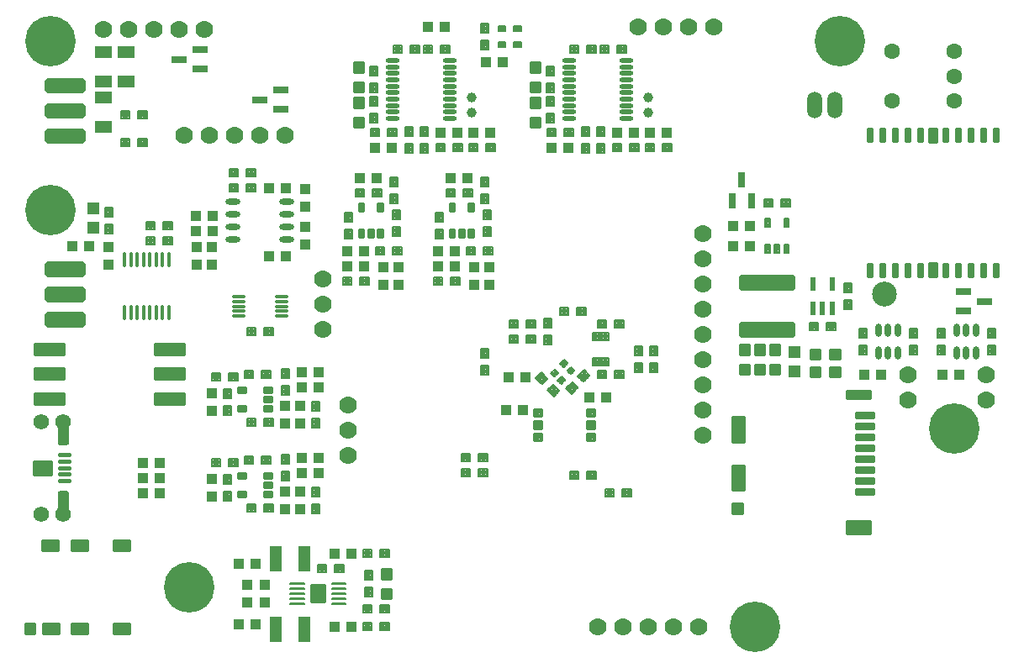
<source format=gbs>
*
*
G04 PADS9.1 Build Number: 384028 generated Gerber (RS-274-X) file*
G04 PC Version=2.1*
*
%IN "PSDR.pcb"*%
*
%MOIN*%
*
%FSLAX35Y35*%
*
*
*
*
G04 PC Standard Apertures*
*
*
G04 Thermal Relief Aperture macro.*
%AMTER*
1,1,$1,0,0*
1,0,$1-$2,0,0*
21,0,$3,$4,0,0,45*
21,0,$3,$4,0,0,135*
%
*
*
G04 Annular Aperture macro.*
%AMANN*
1,1,$1,0,0*
1,0,$2,0,0*
%
*
*
G04 Odd Aperture macro.*
%AMODD*
1,1,$1,0,0*
1,0,$1-0.005,0,0*
%
*
*
G04 PC Custom Aperture Macros*
*
*
*
*
*
*
G04 PC Aperture Table*
*
%ADD010C,0.01*%
%ADD011C,0.008*%
%ADD012C,0.00787*%
%ADD042C,0.001*%
%ADD048C,0.07*%
%ADD072C,0.062*%
%ADD084C,0.01102*%
%ADD089R,0.043X0.039*%
%ADD090R,0.048X0.048*%
%ADD091R,0.059X0.026*%
%ADD096R,0.039X0.043*%
%ADD097R,0.04724X0.10236*%
%ADD098R,0.026X0.059*%
%ADD104C,0.01181*%
%ADD106C,0.0063*%
%ADD147O,0.05709X0.017*%
%ADD148O,0.05906X0.02362*%
%ADD149C,0.032*%
%ADD151O,0.01575X0.05906*%
%ADD152C,0.063*%
%ADD156O,0.05512X0.01142*%
%ADD159O,0.05906X0.1063*%
%ADD165C,0.2*%
%ADD168R,0.06693X0.04724*%
%ADD169C,0.01969*%
%ADD170R,0.024X0.055*%
%ADD171O,0.02362X0.05315*%
%ADD172C,0.09843*%
%ADD173C,0.03937*%
*
*
*
*
G04 PC Circuitry*
G04 Layer Name PSDR.pcb - circuitry*
%LPD*%
*
*
G04 PC Custom Flashes*
G04 Layer Name PSDR.pcb - flashes*
%LPD*%
*
*
G04 PC Circuitry*
G04 Layer Name PSDR.pcb - circuitry*
%LPD*%
*
G54D10*
G01X232100Y310200D02*
Y314000D01*
X235900*
Y310200*
X232100*
Y311000D02*
X235900D01*
X232100Y312000D02*
X235900D01*
X232100Y313000D02*
X235900D01*
X232100Y314000D02*
X235900D01*
X233000Y310200D02*
Y314000D01*
X234000Y310200D02*
Y314000D01*
X235000Y310200D02*
Y314000D01*
X232100Y318000D02*
Y321800D01*
X235900*
Y318000*
X232100*
X235900*
X232100Y319000D02*
X235900D01*
X232100Y320000D02*
X235900D01*
X232100Y321000D02*
X235900D01*
X233000Y318000D02*
Y321800D01*
X234000Y318000D02*
Y321800D01*
X235000Y318000D02*
Y321800D01*
X232100Y332000D02*
Y335800D01*
X235900*
Y332000*
X232100*
X235900*
X232100Y333000D02*
X235900D01*
X232100Y334000D02*
X235900D01*
X232100Y335000D02*
X235900D01*
X233000Y332000D02*
Y335800D01*
X234000Y332000D02*
Y335800D01*
X235000Y332000D02*
Y335800D01*
X232100Y324200D02*
Y328000D01*
X235900*
Y324200*
X232100*
Y325000D02*
X235900D01*
X232100Y326000D02*
X235900D01*
X232100Y327000D02*
X235900D01*
X232100Y328000D02*
X235900D01*
X233000Y324200D02*
Y328000D01*
X234000Y324200D02*
Y328000D01*
X235000Y324200D02*
Y328000D01*
X302100Y310200D02*
Y314000D01*
X305900*
Y310200*
X302100*
Y311000D02*
X305900D01*
X302100Y312000D02*
X305900D01*
X302100Y313000D02*
X305900D01*
X302100Y314000D02*
X305900D01*
X303000Y310200D02*
Y314000D01*
X304000Y310200D02*
Y314000D01*
X305000Y310200D02*
Y314000D01*
X302100Y318000D02*
Y321800D01*
X305900*
Y318000*
X302100*
X305900*
X302100Y319000D02*
X305900D01*
X302100Y320000D02*
X305900D01*
X302100Y321000D02*
X305900D01*
X303000Y318000D02*
Y321800D01*
X304000Y318000D02*
Y321800D01*
X305000Y318000D02*
Y321800D01*
X302100Y332000D02*
Y335800D01*
X305900*
Y332000*
X302100*
X305900*
X302100Y333000D02*
X305900D01*
X302100Y334000D02*
X305900D01*
X302100Y335000D02*
X305900D01*
X303000Y332000D02*
Y335800D01*
X304000Y332000D02*
Y335800D01*
X305000Y332000D02*
Y335800D01*
X302100Y324200D02*
Y328000D01*
X305900*
Y324200*
X302100*
Y325000D02*
X305900D01*
X302100Y326000D02*
X305900D01*
X302100Y327000D02*
X305900D01*
X302100Y328000D02*
X305900D01*
X303000Y324200D02*
Y328000D01*
X304000Y324200D02*
Y328000D01*
X305000Y324200D02*
Y328000D01*
X243100Y131000D02*
Y134800D01*
X246900*
Y131000*
X243100*
X246900*
X243100Y132000D02*
X246900D01*
X243100Y133000D02*
X246900D01*
X243100Y134000D02*
X246900D01*
X244000Y131000D02*
Y134800D01*
X245000Y131000D02*
Y134800D01*
X246000Y131000D02*
Y134800D01*
X243100Y123200D02*
Y127000D01*
X246900*
Y123200*
X243100*
Y124000D02*
X246900D01*
X243100Y125000D02*
X246900D01*
X243100Y126000D02*
X246900D01*
X243100Y127000D02*
X246900D01*
X244000Y123200D02*
Y127000D01*
X245000Y123200D02*
Y127000D01*
X246000Y123200D02*
Y127000D01*
X397100Y220000D02*
Y223800D01*
X400900*
Y220000*
X397100*
X400900*
X397100Y221000D02*
X400900D01*
X397100Y222000D02*
X400900D01*
X397100Y223000D02*
X400900D01*
X398000Y220000D02*
Y223800D01*
X399000Y220000D02*
Y223800D01*
X400000Y220000D02*
Y223800D01*
X397100Y212200D02*
Y216000D01*
X400900*
Y212200*
X397100*
Y213000D02*
X400900D01*
X397100Y214000D02*
X400900D01*
X397100Y215000D02*
X400900D01*
X397100Y216000D02*
X400900D01*
X398000Y212200D02*
Y216000D01*
X399000Y212200D02*
Y216000D01*
X400000Y212200D02*
Y216000D01*
X391100Y220000D02*
Y223800D01*
X394900*
Y220000*
X391100*
X394900*
X391100Y221000D02*
X394900D01*
X391100Y222000D02*
X394900D01*
X391100Y223000D02*
X394900D01*
X392000Y220000D02*
Y223800D01*
X393000Y220000D02*
Y223800D01*
X394000Y220000D02*
Y223800D01*
X391100Y212200D02*
Y216000D01*
X394900*
Y212200*
X391100*
Y213000D02*
X394900D01*
X391100Y214000D02*
X394900D01*
X391100Y215000D02*
X394900D01*
X391100Y216000D02*
X394900D01*
X392000Y212200D02*
Y216000D01*
X393000Y212200D02*
Y216000D01*
X394000Y212200D02*
Y216000D01*
X413200Y218100D02*
Y221900D01*
X417000*
Y218100*
X413200*
Y219000D02*
X417000D01*
X413200Y220000D02*
X417000D01*
X413200Y221000D02*
X417000D01*
X414000Y218100D02*
Y221900D01*
X415000Y218100D02*
Y221900D01*
X416000Y218100D02*
Y221900D01*
X417000Y218100D02*
Y221900D01*
X421000Y218100D02*
Y221900D01*
X424800*
Y218100*
X421000*
Y219000D02*
X424800D01*
X421000Y220000D02*
X424800D01*
X421000Y221000D02*
X424800D01*
X421000Y218100D02*
Y221900D01*
X422000Y218100D02*
Y221900D01*
X423000Y218100D02*
Y221900D01*
X424000Y218100D02*
Y221900D01*
X413200Y211100D02*
Y214900D01*
X417000*
Y211100*
X413200*
Y212000D02*
X417000D01*
X413200Y213000D02*
X417000D01*
X413200Y214000D02*
X417000D01*
X414000Y211100D02*
Y214900D01*
X415000Y211100D02*
Y214900D01*
X416000Y211100D02*
Y214900D01*
X417000Y211100D02*
Y214900D01*
X421000Y211100D02*
Y214900D01*
X424800*
Y211100*
X421000*
Y212000D02*
X424800D01*
X421000Y213000D02*
X424800D01*
X421000Y214000D02*
X424800D01*
X421000Y211100D02*
Y214900D01*
X422000Y211100D02*
Y214900D01*
X423000Y211100D02*
Y214900D01*
X424000Y211100D02*
Y214900D01*
X385100Y220000D02*
Y223800D01*
X388900*
Y220000*
X385100*
X388900*
X385100Y221000D02*
X388900D01*
X385100Y222000D02*
X388900D01*
X385100Y223000D02*
X388900D01*
X386000Y220000D02*
Y223800D01*
X387000Y220000D02*
Y223800D01*
X388000Y220000D02*
Y223800D01*
X385100Y212200D02*
Y216000D01*
X388900*
Y212200*
X385100*
Y213000D02*
X388900D01*
X385100Y214000D02*
X388900D01*
X385100Y215000D02*
X388900D01*
X385100Y216000D02*
X388900D01*
X386000Y212200D02*
Y216000D01*
X387000Y212200D02*
Y216000D01*
X388000Y212200D02*
Y216000D01*
X112143Y172170D02*
Y177430D01*
X105269*
Y172170*
X112143*
X105269Y176669D02*
X112143D01*
X105269Y175769D02*
X112143D01*
X105269Y174869D02*
X112143D01*
X105269Y173969D02*
X112143D01*
X105269Y173069D02*
X112143D01*
G54D11*
X334900Y300450D02*
Y303550D01*
X338400*
Y300450*
X334900*
Y300800D02*
X338400D01*
X334900Y301600D02*
X338400D01*
X334900Y302400D02*
X338400D01*
X334900Y303200D02*
X338400D01*
X335200Y300450D02*
Y303550D01*
X336000Y300450D02*
Y303550D01*
X336800Y300450D02*
Y303550D01*
X337600Y300450D02*
Y303550D01*
X338400Y300450D02*
Y303550D01*
X341600Y300450D02*
Y303550D01*
X345100*
Y300450*
X341600*
Y300800D02*
X345100D01*
X341600Y301600D02*
X345100D01*
X341600Y302400D02*
X345100D01*
X341600Y303200D02*
X345100D01*
X341600Y300450D02*
Y303550D01*
X342400Y300450D02*
Y303550D01*
X343200Y300450D02*
Y303550D01*
X344000Y300450D02*
Y303550D01*
X344800Y300450D02*
Y303550D01*
X358100D02*
Y300450D01*
X354600*
Y303550*
X358100*
X354600Y300800D02*
X358100D01*
X354600Y301600D02*
X358100D01*
X354600Y302400D02*
X358100D01*
X354600Y303200D02*
X358100D01*
X355200Y300450D02*
Y303550D01*
X356000Y300450D02*
Y303550D01*
X356800Y300450D02*
Y303550D01*
X357600Y300450D02*
Y303550D01*
X351400D02*
Y300450D01*
X347900*
Y303550*
X351400*
X347900Y300800D02*
X351400D01*
X347900Y301600D02*
X351400D01*
X347900Y302400D02*
X351400D01*
X347900Y303200D02*
X351400D01*
X348000Y300450D02*
Y303550D01*
X348800Y300450D02*
Y303550D01*
X349600Y300450D02*
Y303550D01*
X350400Y300450D02*
Y303550D01*
X351200Y300450D02*
Y303550D01*
X264900Y300450D02*
Y303550D01*
X268400*
Y300450*
X264900*
Y300800D02*
X268400D01*
X264900Y301600D02*
X268400D01*
X264900Y302400D02*
X268400D01*
X264900Y303200D02*
X268400D01*
X265600Y300450D02*
Y303550D01*
X266400Y300450D02*
Y303550D01*
X267200Y300450D02*
Y303550D01*
X268000Y300450D02*
Y303550D01*
X271600Y300450D02*
Y303550D01*
X275100*
Y300450*
X271600*
Y300800D02*
X275100D01*
X271600Y301600D02*
X275100D01*
X271600Y302400D02*
X275100D01*
X271600Y303200D02*
X275100D01*
X272000Y300450D02*
Y303550D01*
X272800Y300450D02*
Y303550D01*
X273600Y300450D02*
Y303550D01*
X274400Y300450D02*
Y303550D01*
X288100D02*
Y300450D01*
X284600*
Y303550*
X288100*
X284600Y300800D02*
X288100D01*
X284600Y301600D02*
X288100D01*
X284600Y302400D02*
X288100D01*
X284600Y303200D02*
X288100D01*
X284800Y300450D02*
Y303550D01*
X285600Y300450D02*
Y303550D01*
X286400Y300450D02*
Y303550D01*
X287200Y300450D02*
Y303550D01*
X288000Y300450D02*
Y303550D01*
X281400D02*
Y300450D01*
X277900*
Y303550*
X281400*
X277900Y300800D02*
X281400D01*
X277900Y301600D02*
X281400D01*
X277900Y302400D02*
X281400D01*
X277900Y303200D02*
X281400D01*
X278400Y300450D02*
Y303550D01*
X279200Y300450D02*
Y303550D01*
X280000Y300450D02*
Y303550D01*
X280800Y300450D02*
Y303550D01*
X160100Y272550D02*
Y269450D01*
X156600*
Y272550*
X160100*
X156600Y269600D02*
X160100D01*
X156600Y270400D02*
X160100D01*
X156600Y271200D02*
X160100D01*
X156600Y272000D02*
X160100D01*
X156800Y269450D02*
Y272550D01*
X157600Y269450D02*
Y272550D01*
X158400Y269450D02*
Y272550D01*
X159200Y269450D02*
Y272550D01*
X160000Y269450D02*
Y272550D01*
X153400D02*
Y269450D01*
X149900*
Y272550*
X153400*
X149900Y269600D02*
X153400D01*
X149900Y270400D02*
X153400D01*
X149900Y271200D02*
X153400D01*
X149900Y272000D02*
X153400D01*
X150400Y269450D02*
Y272550D01*
X151200Y269450D02*
Y272550D01*
X152000Y269450D02*
Y272550D01*
X152800Y269450D02*
Y272550D01*
X329900Y339450D02*
Y342550D01*
X333400*
Y339450*
X329900*
Y340000D02*
X333400D01*
X329900Y340800D02*
X333400D01*
X329900Y341600D02*
X333400D01*
X329900Y342400D02*
X333400D01*
X330400Y339450D02*
Y342550D01*
X331200Y339450D02*
Y342550D01*
X332000Y339450D02*
Y342550D01*
X332800Y339450D02*
Y342550D01*
X336600Y339450D02*
Y342550D01*
X340100*
Y339450*
X336600*
Y340000D02*
X340100D01*
X336600Y340800D02*
X340100D01*
X336600Y341600D02*
X340100D01*
X336600Y342400D02*
X340100D01*
X336800Y339450D02*
Y342550D01*
X337600Y339450D02*
Y342550D01*
X338400Y339450D02*
Y342550D01*
X339200Y339450D02*
Y342550D01*
X340000Y339450D02*
Y342550D01*
X258100D02*
Y339450D01*
X254600*
Y342550*
X258100*
X254600Y340000D02*
X258100D01*
X254600Y340800D02*
X258100D01*
X254600Y341600D02*
X258100D01*
X254600Y342400D02*
X258100D01*
X255200Y339450D02*
Y342550D01*
X256000Y339450D02*
Y342550D01*
X256800Y339450D02*
Y342550D01*
X257600Y339450D02*
Y342550D01*
X251400D02*
Y339450D01*
X247900*
Y342550*
X251400*
X247900Y340000D02*
X251400D01*
X247900Y340800D02*
X251400D01*
X247900Y341600D02*
X251400D01*
X247900Y342400D02*
X251400D01*
X248000Y339450D02*
Y342550D01*
X248800Y339450D02*
Y342550D01*
X249600Y339450D02*
Y342550D01*
X250400Y339450D02*
Y342550D01*
X251200Y339450D02*
Y342550D01*
X311550Y311900D02*
X308450D01*
Y315400*
X311550*
Y311900*
X308450Y312000D02*
X311550D01*
X308450Y312800D02*
X311550D01*
X308450Y313600D02*
X311550D01*
X308450Y314400D02*
X311550D01*
X308450Y315200D02*
X311550D01*
X308800Y311900D02*
Y315400D01*
X309600Y311900D02*
Y315400D01*
X310400Y311900D02*
Y315400D01*
X311200Y311900D02*
Y315400D01*
X311550Y318600D02*
X308450D01*
Y322100*
X311550*
Y318600*
X308450Y319200D02*
X311550D01*
X308450Y320000D02*
X311550D01*
X308450Y320800D02*
X311550D01*
X308450Y321600D02*
X311550D01*
X308800Y318600D02*
Y322100D01*
X309600Y318600D02*
Y322100D01*
X310400Y318600D02*
Y322100D01*
X311200Y318600D02*
Y322100D01*
X308450Y334100D02*
X311550D01*
Y330600*
X308450*
Y334100*
Y331200D02*
X311550D01*
X308450Y332000D02*
X311550D01*
X308450Y332800D02*
X311550D01*
X308450Y333600D02*
X311550D01*
X308800Y330600D02*
Y334100D01*
X309600Y330600D02*
Y334100D01*
X310400Y330600D02*
Y334100D01*
X311200Y330600D02*
Y334100D01*
X308450Y327400D02*
X311550D01*
Y323900*
X308450*
Y327400*
Y324000D02*
X311550D01*
X308450Y324800D02*
X311550D01*
X308450Y325600D02*
X311550D01*
X308450Y326400D02*
X311550D01*
X308450Y327200D02*
X311550D01*
X308800Y323900D02*
Y327400D01*
X309600Y323900D02*
Y327400D01*
X310400Y323900D02*
Y327400D01*
X311200Y323900D02*
Y327400D01*
X308900Y306450D02*
Y309550D01*
X312400*
Y306450*
X308900*
Y307200D02*
X312400D01*
X308900Y308000D02*
X312400D01*
X308900Y308800D02*
X312400D01*
X309600Y306450D02*
Y309550D01*
X310400Y306450D02*
Y309550D01*
X311200Y306450D02*
Y309550D01*
X312000Y306450D02*
Y309550D01*
X315600Y306450D02*
Y309550D01*
X319100*
Y306450*
X315600*
Y307200D02*
X319100D01*
X315600Y308000D02*
X319100D01*
X315600Y308800D02*
X319100D01*
X316000Y306450D02*
Y309550D01*
X316800Y306450D02*
Y309550D01*
X317600Y306450D02*
Y309550D01*
X318400Y306450D02*
Y309550D01*
X325550Y299900D02*
X322450D01*
Y303400*
X325550*
Y299900*
X322450Y300000D02*
X325550D01*
X322450Y300800D02*
X325550D01*
X322450Y301600D02*
X325550D01*
X322450Y302400D02*
X325550D01*
X322450Y303200D02*
X325550D01*
X323200Y299900D02*
Y303400D01*
X324000Y299900D02*
Y303400D01*
X324800Y299900D02*
Y303400D01*
X325550Y306600D02*
X322450D01*
Y310100*
X325550*
Y306600*
X322450Y307200D02*
X325550D01*
X322450Y308000D02*
X325550D01*
X322450Y308800D02*
X325550D01*
X322450Y309600D02*
X325550D01*
X323200Y306600D02*
Y310100D01*
X324000Y306600D02*
Y310100D01*
X324800Y306600D02*
Y310100D01*
X328100Y342550D02*
Y339450D01*
X324600*
Y342550*
X328100*
X324600Y340000D02*
X328100D01*
X324600Y340800D02*
X328100D01*
X324600Y341600D02*
X328100D01*
X324600Y342400D02*
X328100D01*
X324800Y339450D02*
Y342550D01*
X325600Y339450D02*
Y342550D01*
X326400Y339450D02*
Y342550D01*
X327200Y339450D02*
Y342550D01*
X328000Y339450D02*
Y342550D01*
X321400D02*
Y339450D01*
X317900*
Y342550*
X321400*
X317900Y340000D02*
X321400D01*
X317900Y340800D02*
X321400D01*
X317900Y341600D02*
X321400D01*
X317900Y342400D02*
X321400D01*
X318400Y339450D02*
Y342550D01*
X319200Y339450D02*
Y342550D01*
X320000Y339450D02*
Y342550D01*
X320800Y339450D02*
Y342550D01*
X241550Y311900D02*
X238450D01*
Y315400*
X241550*
Y311900*
X238450Y312000D02*
X241550D01*
X238450Y312800D02*
X241550D01*
X238450Y313600D02*
X241550D01*
X238450Y314400D02*
X241550D01*
X238450Y315200D02*
X241550D01*
X239200Y311900D02*
Y315400D01*
X240000Y311900D02*
Y315400D01*
X240800Y311900D02*
Y315400D01*
X241550Y318600D02*
X238450D01*
Y322100*
X241550*
Y318600*
X238450Y319200D02*
X241550D01*
X238450Y320000D02*
X241550D01*
X238450Y320800D02*
X241550D01*
X238450Y321600D02*
X241550D01*
X239200Y318600D02*
Y322100D01*
X240000Y318600D02*
Y322100D01*
X240800Y318600D02*
Y322100D01*
X238450Y334100D02*
X241550D01*
Y330600*
X238450*
Y334100*
Y331200D02*
X241550D01*
X238450Y332000D02*
X241550D01*
X238450Y332800D02*
X241550D01*
X238450Y333600D02*
X241550D01*
X239200Y330600D02*
Y334100D01*
X240000Y330600D02*
Y334100D01*
X240800Y330600D02*
Y334100D01*
X238450Y327400D02*
X241550D01*
Y323900*
X238450*
Y327400*
Y324000D02*
X241550D01*
X238450Y324800D02*
X241550D01*
X238450Y325600D02*
X241550D01*
X238450Y326400D02*
X241550D01*
X238450Y327200D02*
X241550D01*
X239200Y323900D02*
Y327400D01*
X240000Y323900D02*
Y327400D01*
X240800Y323900D02*
Y327400D01*
X259900Y339450D02*
Y342550D01*
X263400*
Y339450*
X259900*
Y340000D02*
X263400D01*
X259900Y340800D02*
X263400D01*
X259900Y341600D02*
X263400D01*
X259900Y342400D02*
X263400D01*
X260000Y339450D02*
Y342550D01*
X260800Y339450D02*
Y342550D01*
X261600Y339450D02*
Y342550D01*
X262400Y339450D02*
Y342550D01*
X263200Y339450D02*
Y342550D01*
X266600Y339450D02*
Y342550D01*
X270100*
Y339450*
X266600*
Y340000D02*
X270100D01*
X266600Y340800D02*
X270100D01*
X266600Y341600D02*
X270100D01*
X266600Y342400D02*
X270100D01*
X267200Y339450D02*
Y342550D01*
X268000Y339450D02*
Y342550D01*
X268800Y339450D02*
Y342550D01*
X269600Y339450D02*
Y342550D01*
X238900Y306450D02*
Y309550D01*
X242400*
Y306450*
X238900*
Y307200D02*
X242400D01*
X238900Y308000D02*
X242400D01*
X238900Y308800D02*
X242400D01*
X239200Y306450D02*
Y309550D01*
X240000Y306450D02*
Y309550D01*
X240800Y306450D02*
Y309550D01*
X241600Y306450D02*
Y309550D01*
X242400Y306450D02*
Y309550D01*
X245600Y306450D02*
Y309550D01*
X249100*
Y306450*
X245600*
Y307200D02*
X249100D01*
X245600Y308000D02*
X249100D01*
X245600Y308800D02*
X249100D01*
X245600Y306450D02*
Y309550D01*
X246400Y306450D02*
Y309550D01*
X247200Y306450D02*
Y309550D01*
X248000Y306450D02*
Y309550D01*
X248800Y306450D02*
Y309550D01*
X255550Y299900D02*
X252450D01*
Y303400*
X255550*
Y299900*
X252450Y300000D02*
X255550D01*
X252450Y300800D02*
X255550D01*
X252450Y301600D02*
X255550D01*
X252450Y302400D02*
X255550D01*
X252450Y303200D02*
X255550D01*
X252800Y299900D02*
Y303400D01*
X253600Y299900D02*
Y303400D01*
X254400Y299900D02*
Y303400D01*
X255200Y299900D02*
Y303400D01*
X255550Y306600D02*
X252450D01*
Y310100*
X255550*
Y306600*
X252450Y307200D02*
X255550D01*
X252450Y308000D02*
X255550D01*
X252450Y308800D02*
X255550D01*
X252450Y309600D02*
X255550D01*
X252800Y306600D02*
Y310100D01*
X253600Y306600D02*
Y310100D01*
X254400Y306600D02*
Y310100D01*
X255200Y306600D02*
Y310100D01*
X182900Y290450D02*
Y293550D01*
X186400*
Y290450*
X182900*
Y291200D02*
X186400D01*
X182900Y292000D02*
X186400D01*
X182900Y292800D02*
X186400D01*
X183200Y290450D02*
Y293550D01*
X184000Y290450D02*
Y293550D01*
X184800Y290450D02*
Y293550D01*
X185600Y290450D02*
Y293550D01*
X186400Y290450D02*
Y293550D01*
X189600Y290450D02*
Y293550D01*
X193100*
Y290450*
X189600*
Y291200D02*
X193100D01*
X189600Y292000D02*
X193100D01*
X189600Y292800D02*
X193100D01*
X189600Y290450D02*
Y293550D01*
X190400Y290450D02*
Y293550D01*
X191200Y290450D02*
Y293550D01*
X192000Y290450D02*
Y293550D01*
X192800Y290450D02*
Y293550D01*
X452450Y230100D02*
X455550D01*
Y226600*
X452450*
Y230100*
Y227200D02*
X455550D01*
X452450Y228000D02*
X455550D01*
X452450Y228800D02*
X455550D01*
X452450Y229600D02*
X455550D01*
X452800Y226600D02*
Y230100D01*
X453600Y226600D02*
Y230100D01*
X454400Y226600D02*
Y230100D01*
X455200Y226600D02*
Y230100D01*
X452450Y223400D02*
X455550D01*
Y219900*
X452450*
Y223400*
Y220000D02*
X455550D01*
X452450Y220800D02*
X455550D01*
X452450Y221600D02*
X455550D01*
X452450Y222400D02*
X455550D01*
X452450Y223200D02*
X455550D01*
X452800Y219900D02*
Y223400D01*
X453600Y219900D02*
Y223400D01*
X454400Y219900D02*
Y223400D01*
X455200Y219900D02*
Y223400D01*
X160100Y266550D02*
Y263450D01*
X156600*
Y266550*
X160100*
X156600Y264000D02*
X160100D01*
X156600Y264800D02*
X160100D01*
X156600Y265600D02*
X160100D01*
X156600Y266400D02*
X160100D01*
X156800Y263450D02*
Y266550D01*
X157600Y263450D02*
Y266550D01*
X158400Y263450D02*
Y266550D01*
X159200Y263450D02*
Y266550D01*
X160000Y263450D02*
Y266550D01*
X153400D02*
Y263450D01*
X149900*
Y266550*
X153400*
X149900Y264000D02*
X153400D01*
X149900Y264800D02*
X153400D01*
X149900Y265600D02*
X153400D01*
X149900Y266400D02*
X153400D01*
X150400Y263450D02*
Y266550D01*
X151200Y263450D02*
Y266550D01*
X152000Y263450D02*
Y266550D01*
X152800Y263450D02*
Y266550D01*
X200100Y230550D02*
Y227450D01*
X196600*
Y230550*
X200100*
X196600Y228000D02*
X200100D01*
X196600Y228800D02*
X200100D01*
X196600Y229600D02*
X200100D01*
X196600Y230400D02*
X200100D01*
X196800Y227450D02*
Y230550D01*
X197600Y227450D02*
Y230550D01*
X198400Y227450D02*
Y230550D01*
X199200Y227450D02*
Y230550D01*
X200000Y227450D02*
Y230550D01*
X193400D02*
Y227450D01*
X189900*
Y230550*
X193400*
X189900Y228000D02*
X193400D01*
X189900Y228800D02*
X193400D01*
X189900Y229600D02*
X193400D01*
X189900Y230400D02*
X193400D01*
X190400Y227450D02*
Y230550D01*
X191200Y227450D02*
Y230550D01*
X192000Y227450D02*
Y230550D01*
X192800Y227450D02*
Y230550D01*
X282450Y351100D02*
X285550D01*
Y347600*
X282450*
Y351100*
Y348000D02*
X285550D01*
X282450Y348800D02*
X285550D01*
X282450Y349600D02*
X285550D01*
X282450Y350400D02*
X285550D01*
X283200Y347600D02*
Y351100D01*
X284000Y347600D02*
Y351100D01*
X284800Y347600D02*
Y351100D01*
X282450Y344400D02*
X285550D01*
Y340900*
X282450*
Y344400*
Y341600D02*
X285550D01*
X282450Y342400D02*
X285550D01*
X282450Y343200D02*
X285550D01*
X282450Y344000D02*
X285550D01*
X283200Y340900D02*
Y344400D01*
X284000Y340900D02*
Y344400D01*
X284800Y340900D02*
Y344400D01*
X328450Y310100D02*
X331550D01*
Y306600*
X328450*
Y310100*
Y307200D02*
X331550D01*
X328450Y308000D02*
X331550D01*
X328450Y308800D02*
X331550D01*
X328450Y309600D02*
X331550D01*
X328800Y306600D02*
Y310100D01*
X329600Y306600D02*
Y310100D01*
X330400Y306600D02*
Y310100D01*
X331200Y306600D02*
Y310100D01*
X328450Y303400D02*
X331550D01*
Y299900*
X328450*
Y303400*
Y300000D02*
X331550D01*
X328450Y300800D02*
X331550D01*
X328450Y301600D02*
X331550D01*
X328450Y302400D02*
X331550D01*
X328450Y303200D02*
X331550D01*
X328800Y299900D02*
Y303400D01*
X329600Y299900D02*
Y303400D01*
X330400Y299900D02*
Y303400D01*
X331200Y299900D02*
Y303400D01*
X258450Y310100D02*
X261550D01*
Y306600*
X258450*
Y310100*
Y307200D02*
X261550D01*
X258450Y308000D02*
X261550D01*
X258450Y308800D02*
X261550D01*
X258450Y309600D02*
X261550D01*
X259200Y306600D02*
Y310100D01*
X260000Y306600D02*
Y310100D01*
X260800Y306600D02*
Y310100D01*
X258450Y303400D02*
X261550D01*
Y299900*
X258450*
Y303400*
Y300000D02*
X261550D01*
X258450Y300800D02*
X261550D01*
X258450Y301600D02*
X261550D01*
X258450Y302400D02*
X261550D01*
X258450Y303200D02*
X261550D01*
X259200Y299900D02*
Y303400D01*
X260000Y299900D02*
Y303400D01*
X260800Y299900D02*
Y303400D01*
X182900Y284450D02*
Y287550D01*
X186400*
Y284450*
X182900*
Y284800D02*
X186400D01*
X182900Y285600D02*
X186400D01*
X182900Y286400D02*
X186400D01*
X182900Y287200D02*
X186400D01*
X183200Y284450D02*
Y287550D01*
X184000Y284450D02*
Y287550D01*
X184800Y284450D02*
Y287550D01*
X185600Y284450D02*
Y287550D01*
X186400Y284450D02*
Y287550D01*
X189600Y284450D02*
Y287550D01*
X193100*
Y284450*
X189600*
Y284800D02*
X193100D01*
X189600Y285600D02*
X193100D01*
X189600Y286400D02*
X193100D01*
X189600Y287200D02*
X193100D01*
X189600Y284450D02*
Y287550D01*
X190400Y284450D02*
Y287550D01*
X191200Y284450D02*
Y287550D01*
X192000Y284450D02*
Y287550D01*
X192800Y284450D02*
Y287550D01*
X136550Y267900D02*
X133450D01*
Y271400*
X136550*
Y267900*
X133450Y268000D02*
X136550D01*
X133450Y268800D02*
X136550D01*
X133450Y269600D02*
X136550D01*
X133450Y270400D02*
X136550D01*
X133450Y271200D02*
X136550D01*
X133600Y267900D02*
Y271400D01*
X134400Y267900D02*
Y271400D01*
X135200Y267900D02*
Y271400D01*
X136000Y267900D02*
Y271400D01*
X136550Y274600D02*
X133450D01*
Y278100*
X136550*
Y274600*
X133450Y275200D02*
X136550D01*
X133450Y276000D02*
X136550D01*
X133450Y276800D02*
X136550D01*
X133450Y277600D02*
X136550D01*
X133600Y274600D02*
Y278100D01*
X134400Y274600D02*
Y278100D01*
X135200Y274600D02*
Y278100D01*
X136000Y274600D02*
Y278100D01*
X349450Y223100D02*
X352550D01*
Y219600*
X349450*
Y223100*
Y220000D02*
X352550D01*
X349450Y220800D02*
X352550D01*
X349450Y221600D02*
X352550D01*
X349450Y222400D02*
X352550D01*
X349600Y219600D02*
Y223100D01*
X350400Y219600D02*
Y223100D01*
X351200Y219600D02*
Y223100D01*
X352000Y219600D02*
Y223100D01*
X349450Y216400D02*
X352550D01*
Y212900*
X349450*
Y216400*
Y213600D02*
X352550D01*
X349450Y214400D02*
X352550D01*
X349450Y215200D02*
X352550D01*
X349450Y216000D02*
X352550D01*
X349600Y212900D02*
Y216400D01*
X350400Y212900D02*
Y216400D01*
X351200Y212900D02*
Y216400D01*
X352000Y212900D02*
Y216400D01*
X328100Y173550D02*
Y170450D01*
X324600*
Y173550*
X328100*
X324600Y171200D02*
X328100D01*
X324600Y172000D02*
X328100D01*
X324600Y172800D02*
X328100D01*
X324800Y170450D02*
Y173550D01*
X325600Y170450D02*
Y173550D01*
X326400Y170450D02*
Y173550D01*
X327200Y170450D02*
Y173550D01*
X328000Y170450D02*
Y173550D01*
X321400D02*
Y170450D01*
X317900*
Y173550*
X321400*
X317900Y171200D02*
X321400D01*
X317900Y172000D02*
X321400D01*
X317900Y172800D02*
X321400D01*
X318400Y170450D02*
Y173550D01*
X319200Y170450D02*
Y173550D01*
X320000Y170450D02*
Y173550D01*
X320800Y170450D02*
Y173550D01*
X285100Y180550D02*
Y177450D01*
X281600*
Y180550*
X285100*
X281600Y177600D02*
X285100D01*
X281600Y178400D02*
X285100D01*
X281600Y179200D02*
X285100D01*
X281600Y180000D02*
X285100D01*
X281600Y177450D02*
Y180550D01*
X282400Y177450D02*
Y180550D01*
X283200Y177450D02*
Y180550D01*
X284000Y177450D02*
Y180550D01*
X284800Y177450D02*
Y180550D01*
X278400D02*
Y177450D01*
X274900*
Y180550*
X278400*
X274900Y177600D02*
X278400D01*
X274900Y178400D02*
X278400D01*
X274900Y179200D02*
X278400D01*
X274900Y180000D02*
X278400D01*
X275200Y177450D02*
Y180550D01*
X276000Y177450D02*
Y180550D01*
X276800Y177450D02*
Y180550D01*
X277600Y177450D02*
Y180550D01*
X278400Y177450D02*
Y180550D01*
X483450Y230100D02*
X486550D01*
Y226600*
X483450*
Y230100*
Y227200D02*
X486550D01*
X483450Y228000D02*
X486550D01*
X483450Y228800D02*
X486550D01*
X483450Y229600D02*
X486550D01*
X484000Y226600D02*
Y230100D01*
X484800Y226600D02*
Y230100D01*
X485600Y226600D02*
Y230100D01*
X486400Y226600D02*
Y230100D01*
X483450Y223400D02*
X486550D01*
Y219900*
X483450*
Y223400*
Y220000D02*
X486550D01*
X483450Y220800D02*
X486550D01*
X483450Y221600D02*
X486550D01*
X483450Y222400D02*
X486550D01*
X483450Y223200D02*
X486550D01*
X484000Y219900D02*
Y223400D01*
X484800Y219900D02*
Y223400D01*
X485600Y219900D02*
Y223400D01*
X486400Y219900D02*
Y223400D01*
X313702Y205490D02*
X311510Y203298D01*
X309035Y205773*
X311227Y207965*
X313702Y205490*
X310808Y204000D02*
X312212D01*
X310008Y204800D02*
X313012D01*
X309208Y205600D02*
X313592D01*
X309663Y206400D02*
X312792D01*
X310463Y207200D02*
X311992D01*
X309600Y205208D02*
Y206337D01*
X310400Y204408D02*
Y207137D01*
X311200Y203608D02*
Y207937D01*
X312000Y203788D02*
Y207192D01*
X312800Y204588D02*
Y206392D01*
X313600Y205388D02*
Y205592D01*
X308965Y210227D02*
X306773Y208035D01*
X304298Y210510*
X306490Y212702*
X308965Y210227*
X306008Y208800D02*
X307537D01*
X305208Y209600D02*
X308337D01*
X304408Y210400D02*
X308792D01*
X304988Y211200D02*
X307992D01*
X305788Y212000D02*
X307192D01*
X304800Y210008D02*
Y211012D01*
X305600Y209208D02*
Y211812D01*
X306400Y208408D02*
Y212612D01*
X307200Y208463D02*
Y211992D01*
X308000Y209263D02*
Y211192D01*
X308800Y210063D02*
Y210392D01*
X318490Y204298D02*
X316298Y206490D01*
X318773Y208965*
X320965Y206773*
X318490Y204298*
X317988Y204800D02*
X318992D01*
X317188Y205600D02*
X319792D01*
X316388Y206400D02*
X320592D01*
X317008Y207200D02*
X320537D01*
X317808Y208000D02*
X319737D01*
X318608Y208800D02*
X318937D01*
X316800Y205988D02*
Y206992D01*
X317600Y205188D02*
Y207792D01*
X318400Y204388D02*
Y208592D01*
X319200Y205008D02*
Y208537D01*
X320000Y205808D02*
Y207737D01*
X320800Y206608D02*
Y206937D01*
X323227Y209035D02*
X321035Y211227D01*
X323510Y213702*
X325702Y211510*
X323227Y209035*
X322663Y209600D02*
X323792D01*
X321863Y210400D02*
X324592D01*
X321063Y211200D02*
X325392D01*
X321808Y212000D02*
X325212D01*
X322608Y212800D02*
X324412D01*
X323408Y213600D02*
X323612D01*
X321600Y210663D02*
Y211792D01*
X322400Y209863D02*
Y212592D01*
X323200Y209063D02*
Y213392D01*
X324000Y209808D02*
Y213212D01*
X324800Y210608D02*
Y212412D01*
X325600Y211408D02*
Y211612D01*
X339100Y213550D02*
Y210450D01*
X335600*
Y213550*
X339100*
X335600Y211200D02*
X339100D01*
X335600Y212000D02*
X339100D01*
X335600Y212800D02*
X339100D01*
X336000Y210450D02*
Y213550D01*
X336800Y210450D02*
Y213550D01*
X337600Y210450D02*
Y213550D01*
X338400Y210450D02*
Y213550D01*
X332400D02*
Y210450D01*
X328900*
Y213550*
X332400*
X328900Y211200D02*
X332400D01*
X328900Y212000D02*
X332400D01*
X328900Y212800D02*
X332400D01*
X329600Y210450D02*
Y213550D01*
X330400Y210450D02*
Y213550D01*
X331200Y210450D02*
Y213550D01*
X332000Y210450D02*
Y213550D01*
X339100Y233550D02*
Y230450D01*
X335600*
Y233550*
X339100*
X335600Y231200D02*
X339100D01*
X335600Y232000D02*
X339100D01*
X335600Y232800D02*
X339100D01*
X336000Y230450D02*
Y233550D01*
X336800Y230450D02*
Y233550D01*
X337600Y230450D02*
Y233550D01*
X338400Y230450D02*
Y233550D01*
X332400D02*
Y230450D01*
X328900*
Y233550*
X332400*
X328900Y231200D02*
X332400D01*
X328900Y232000D02*
X332400D01*
X328900Y232800D02*
X332400D01*
X329600Y230450D02*
Y233550D01*
X330400Y230450D02*
Y233550D01*
X331200Y230450D02*
Y233550D01*
X332000Y230450D02*
Y233550D01*
X150100Y305550D02*
Y302450D01*
X146600*
Y305550*
X150100*
X146600Y303200D02*
X150100D01*
X146600Y304000D02*
X150100D01*
X146600Y304800D02*
X150100D01*
X147200Y302450D02*
Y305550D01*
X148000Y302450D02*
Y305550D01*
X148800Y302450D02*
Y305550D01*
X149600Y302450D02*
Y305550D01*
X143400D02*
Y302450D01*
X139900*
Y305550*
X143400*
X139900Y303200D02*
X143400D01*
X139900Y304000D02*
X143400D01*
X139900Y304800D02*
X143400D01*
X140000Y302450D02*
Y305550D01*
X140800Y302450D02*
Y305550D01*
X141600Y302450D02*
Y305550D01*
X142400Y302450D02*
Y305550D01*
X143200Y302450D02*
Y305550D01*
X150100Y316550D02*
Y313450D01*
X146600*
Y316550*
X150100*
X146600Y313600D02*
X150100D01*
X146600Y314400D02*
X150100D01*
X146600Y315200D02*
X150100D01*
X146600Y316000D02*
X150100D01*
X147200Y313450D02*
Y316550D01*
X148000Y313450D02*
Y316550D01*
X148800Y313450D02*
Y316550D01*
X149600Y313450D02*
Y316550D01*
X143400D02*
Y313450D01*
X139900*
Y316550*
X143400*
X139900Y313600D02*
X143400D01*
X139900Y314400D02*
X143400D01*
X139900Y315200D02*
X143400D01*
X139900Y316000D02*
X143400D01*
X140000Y313450D02*
Y316550D01*
X140800Y313450D02*
Y316550D01*
X141600Y313450D02*
Y316550D01*
X142400Y313450D02*
Y316550D01*
X143200Y313450D02*
Y316550D01*
X435550Y219900D02*
X432450D01*
Y223400*
X435550*
Y219900*
X432450Y220000D02*
X435550D01*
X432450Y220800D02*
X435550D01*
X432450Y221600D02*
X435550D01*
X432450Y222400D02*
X435550D01*
X432450Y223200D02*
X435550D01*
X432800Y219900D02*
Y223400D01*
X433600Y219900D02*
Y223400D01*
X434400Y219900D02*
Y223400D01*
X435200Y219900D02*
Y223400D01*
X435550Y226600D02*
X432450D01*
Y230100*
X435550*
Y226600*
X432450Y227200D02*
X435550D01*
X432450Y228000D02*
X435550D01*
X432450Y228800D02*
X435550D01*
X432450Y229600D02*
X435550D01*
X432800Y226600D02*
Y230100D01*
X433600Y226600D02*
Y230100D01*
X434400Y226600D02*
Y230100D01*
X435200Y226600D02*
Y230100D01*
X466550Y219900D02*
X463450D01*
Y223400*
X466550*
Y219900*
X463450Y220000D02*
X466550D01*
X463450Y220800D02*
X466550D01*
X463450Y221600D02*
X466550D01*
X463450Y222400D02*
X466550D01*
X463450Y223200D02*
X466550D01*
X464000Y219900D02*
Y223400D01*
X464800Y219900D02*
Y223400D01*
X465600Y219900D02*
Y223400D01*
X466400Y219900D02*
Y223400D01*
X466550Y226600D02*
X463450D01*
Y230100*
X466550*
Y226600*
X463450Y227200D02*
X466550D01*
X463450Y228000D02*
X466550D01*
X463450Y228800D02*
X466550D01*
X463450Y229600D02*
X466550D01*
X464000Y226600D02*
Y230100D01*
X464800Y226600D02*
Y230100D01*
X465600Y226600D02*
Y230100D01*
X466400Y226600D02*
Y230100D01*
X239550Y123900D02*
X236450D01*
Y127400*
X239550*
Y123900*
X236450Y124000D02*
X239550D01*
X236450Y124800D02*
X239550D01*
X236450Y125600D02*
X239550D01*
X236450Y126400D02*
X239550D01*
X236450Y127200D02*
X239550D01*
X236800Y123900D02*
Y127400D01*
X237600Y123900D02*
Y127400D01*
X238400Y123900D02*
Y127400D01*
X239200Y123900D02*
Y127400D01*
X239550Y130600D02*
X236450D01*
Y134100*
X239550*
Y130600*
X236450Y131200D02*
X239550D01*
X236450Y132000D02*
X239550D01*
X236450Y132800D02*
X239550D01*
X236450Y133600D02*
X239550D01*
X236800Y130600D02*
Y134100D01*
X237600Y130600D02*
Y134100D01*
X238400Y130600D02*
Y134100D01*
X239200Y130600D02*
Y134100D01*
X293900Y230450D02*
Y233550D01*
X297400*
Y230450*
X293900*
Y231200D02*
X297400D01*
X293900Y232000D02*
X297400D01*
X293900Y232800D02*
X297400D01*
X294400Y230450D02*
Y233550D01*
X295200Y230450D02*
Y233550D01*
X296000Y230450D02*
Y233550D01*
X296800Y230450D02*
Y233550D01*
X300600Y230450D02*
Y233550D01*
X304100*
Y230450*
X300600*
Y231200D02*
X304100D01*
X300600Y232000D02*
X304100D01*
X300600Y232800D02*
X304100D01*
X300800Y230450D02*
Y233550D01*
X301600Y230450D02*
Y233550D01*
X302400Y230450D02*
Y233550D01*
X303200Y230450D02*
Y233550D01*
X304000Y230450D02*
Y233550D01*
X394900Y278450D02*
Y281550D01*
X398400*
Y278450*
X394900*
Y279200D02*
X398400D01*
X394900Y280000D02*
X398400D01*
X394900Y280800D02*
X398400D01*
X395200Y278450D02*
Y281550D01*
X396000Y278450D02*
Y281550D01*
X396800Y278450D02*
Y281550D01*
X397600Y278450D02*
Y281550D01*
X398400Y278450D02*
Y281550D01*
X401600Y278450D02*
Y281550D01*
X405100*
Y278450*
X401600*
Y279200D02*
X405100D01*
X401600Y280000D02*
X405100D01*
X401600Y280800D02*
X405100D01*
X401600Y278450D02*
Y281550D01*
X402400Y278450D02*
Y281550D01*
X403200Y278450D02*
Y281550D01*
X404000Y278450D02*
Y281550D01*
X404800Y278450D02*
Y281550D01*
X246100Y142550D02*
Y139450D01*
X242600*
Y142550*
X246100*
X242600Y140000D02*
X246100D01*
X242600Y140800D02*
X246100D01*
X242600Y141600D02*
X246100D01*
X242600Y142400D02*
X246100D01*
X243200Y139450D02*
Y142550D01*
X244000Y139450D02*
Y142550D01*
X244800Y139450D02*
Y142550D01*
X245600Y139450D02*
Y142550D01*
X239400D02*
Y139450D01*
X235900*
Y142550*
X239400*
X235900Y140000D02*
X239400D01*
X235900Y140800D02*
X239400D01*
X235900Y141600D02*
X239400D01*
X235900Y142400D02*
X239400D01*
X236000Y139450D02*
Y142550D01*
X236800Y139450D02*
Y142550D01*
X237600Y139450D02*
Y142550D01*
X238400Y139450D02*
Y142550D01*
X239200Y139450D02*
Y142550D01*
X246100Y113550D02*
Y110450D01*
X242600*
Y113550*
X246100*
X242600Y111200D02*
X246100D01*
X242600Y112000D02*
X246100D01*
X242600Y112800D02*
X246100D01*
X243200Y110450D02*
Y113550D01*
X244000Y110450D02*
Y113550D01*
X244800Y110450D02*
Y113550D01*
X245600Y110450D02*
Y113550D01*
X239400D02*
Y110450D01*
X235900*
Y113550*
X239400*
X235900Y111200D02*
X239400D01*
X235900Y112000D02*
X239400D01*
X235900Y112800D02*
X239400D01*
X236000Y110450D02*
Y113550D01*
X236800Y110450D02*
Y113550D01*
X237600Y110450D02*
Y113550D01*
X238400Y110450D02*
Y113550D01*
X239200Y110450D02*
Y113550D01*
X246100Y120550D02*
Y117450D01*
X242600*
Y120550*
X246100*
X242600Y117600D02*
X246100D01*
X242600Y118400D02*
X246100D01*
X242600Y119200D02*
X246100D01*
X242600Y120000D02*
X246100D01*
X243200Y117450D02*
Y120550D01*
X244000Y117450D02*
Y120550D01*
X244800Y117450D02*
Y120550D01*
X245600Y117450D02*
Y120550D01*
X239400D02*
Y117450D01*
X235900*
Y120550*
X239400*
X235900Y117600D02*
X239400D01*
X235900Y118400D02*
X239400D01*
X235900Y119200D02*
X239400D01*
X235900Y120000D02*
X239400D01*
X236000Y117450D02*
Y120550D01*
X236800Y117450D02*
Y120550D01*
X237600Y117450D02*
Y120550D01*
X238400Y117450D02*
Y120550D01*
X239200Y117450D02*
Y120550D01*
X343450Y223100D02*
X346550D01*
Y219600*
X343450*
Y223100*
Y220000D02*
X346550D01*
X343450Y220800D02*
X346550D01*
X343450Y221600D02*
X346550D01*
X343450Y222400D02*
X346550D01*
X344000Y219600D02*
Y223100D01*
X344800Y219600D02*
Y223100D01*
X345600Y219600D02*
Y223100D01*
X346400Y219600D02*
Y223100D01*
X343450Y216400D02*
X346550D01*
Y212900*
X343450*
Y216400*
Y213600D02*
X346550D01*
X343450Y214400D02*
X346550D01*
X343450Y215200D02*
X346550D01*
X343450Y216000D02*
X346550D01*
X344000Y212900D02*
Y216400D01*
X344800Y212900D02*
Y216400D01*
X345600Y212900D02*
Y216400D01*
X346400Y212900D02*
Y216400D01*
X342100Y166550D02*
Y163450D01*
X338600*
Y166550*
X342100*
X338600Y164000D02*
X342100D01*
X338600Y164800D02*
X342100D01*
X338600Y165600D02*
X342100D01*
X338600Y166400D02*
X342100D01*
X339200Y163450D02*
Y166550D01*
X340000Y163450D02*
Y166550D01*
X340800Y163450D02*
Y166550D01*
X341600Y163450D02*
Y166550D01*
X335400D02*
Y163450D01*
X331900*
Y166550*
X335400*
X331900Y164000D02*
X335400D01*
X331900Y164800D02*
X335400D01*
X331900Y165600D02*
X335400D01*
X331900Y166400D02*
X335400D01*
X332000Y163450D02*
Y166550D01*
X332800Y163450D02*
Y166550D01*
X333600Y163450D02*
Y166550D01*
X334400Y163450D02*
Y166550D01*
X335200Y163450D02*
Y166550D01*
X285100Y174550D02*
Y171450D01*
X281600*
Y174550*
X285100*
X281600Y172000D02*
X285100D01*
X281600Y172800D02*
X285100D01*
X281600Y173600D02*
X285100D01*
X281600Y174400D02*
X285100D01*
X281600Y171450D02*
Y174550D01*
X282400Y171450D02*
Y174550D01*
X283200Y171450D02*
Y174550D01*
X284000Y171450D02*
Y174550D01*
X284800Y171450D02*
Y174550D01*
X278400D02*
Y171450D01*
X274900*
Y174550*
X278400*
X274900Y172000D02*
X278400D01*
X274900Y172800D02*
X278400D01*
X274900Y173600D02*
X278400D01*
X274900Y174400D02*
X278400D01*
X275200Y171450D02*
Y174550D01*
X276000Y171450D02*
Y174550D01*
X276800Y171450D02*
Y174550D01*
X277600Y171450D02*
Y174550D01*
X278400Y171450D02*
Y174550D01*
X285550Y211900D02*
X282450D01*
Y215400*
X285550*
Y211900*
X282450Y212000D02*
X285550D01*
X282450Y212800D02*
X285550D01*
X282450Y213600D02*
X285550D01*
X282450Y214400D02*
X285550D01*
X282450Y215200D02*
X285550D01*
X283200Y211900D02*
Y215400D01*
X284000Y211900D02*
Y215400D01*
X284800Y211900D02*
Y215400D01*
X285550Y218600D02*
X282450D01*
Y222100*
X285550*
Y218600*
X282450Y219200D02*
X285550D01*
X282450Y220000D02*
X285550D01*
X282450Y220800D02*
X285550D01*
X282450Y221600D02*
X285550D01*
X283200Y218600D02*
Y222100D01*
X284000Y218600D02*
Y222100D01*
X284800Y218600D02*
Y222100D01*
X313900Y235450D02*
Y238550D01*
X317400*
Y235450*
X313900*
Y236000D02*
X317400D01*
X313900Y236800D02*
X317400D01*
X313900Y237600D02*
X317400D01*
X313900Y238400D02*
X317400D01*
X314400Y235450D02*
Y238550D01*
X315200Y235450D02*
Y238550D01*
X316000Y235450D02*
Y238550D01*
X316800Y235450D02*
Y238550D01*
X320600Y235450D02*
Y238550D01*
X324100*
Y235450*
X320600*
Y236000D02*
X324100D01*
X320600Y236800D02*
X324100D01*
X320600Y237600D02*
X324100D01*
X320600Y238400D02*
X324100D01*
X320800Y235450D02*
Y238550D01*
X321600Y235450D02*
Y238550D01*
X322400Y235450D02*
Y238550D01*
X323200Y235450D02*
Y238550D01*
X324000Y235450D02*
Y238550D01*
X310550Y223900D02*
X307450D01*
Y227400*
X310550*
Y223900*
X307450Y224000D02*
X310550D01*
X307450Y224800D02*
X310550D01*
X307450Y225600D02*
X310550D01*
X307450Y226400D02*
X310550D01*
X307450Y227200D02*
X310550D01*
X308000Y223900D02*
Y227400D01*
X308800Y223900D02*
Y227400D01*
X309600Y223900D02*
Y227400D01*
X310400Y223900D02*
Y227400D01*
X310550Y230600D02*
X307450D01*
Y234100*
X310550*
Y230600*
X307450Y231200D02*
X310550D01*
X307450Y232000D02*
X310550D01*
X307450Y232800D02*
X310550D01*
X307450Y233600D02*
X310550D01*
X308000Y230600D02*
Y234100D01*
X308800Y230600D02*
Y234100D01*
X309600Y230600D02*
Y234100D01*
X310400Y230600D02*
Y234100D01*
X293900Y224450D02*
Y227550D01*
X297400*
Y224450*
X293900*
Y224800D02*
X297400D01*
X293900Y225600D02*
X297400D01*
X293900Y226400D02*
X297400D01*
X293900Y227200D02*
X297400D01*
X294400Y224450D02*
Y227550D01*
X295200Y224450D02*
Y227550D01*
X296000Y224450D02*
Y227550D01*
X296800Y224450D02*
Y227550D01*
X300600Y224450D02*
Y227550D01*
X304100*
Y224450*
X300600*
Y224800D02*
X304100D01*
X300600Y225600D02*
X304100D01*
X300600Y226400D02*
X304100D01*
X300600Y227200D02*
X304100D01*
X300800Y224450D02*
Y227550D01*
X301600Y224450D02*
Y227550D01*
X302400Y224450D02*
Y227550D01*
X303200Y224450D02*
Y227550D01*
X304000Y224450D02*
Y227550D01*
X232900Y282450D02*
Y285550D01*
X236400*
Y282450*
X232900*
Y283200D02*
X236400D01*
X232900Y284000D02*
X236400D01*
X232900Y284800D02*
X236400D01*
X233600Y282450D02*
Y285550D01*
X234400Y282450D02*
Y285550D01*
X235200Y282450D02*
Y285550D01*
X236000Y282450D02*
Y285550D01*
X239600Y282450D02*
Y285550D01*
X243100*
Y282450*
X239600*
Y283200D02*
X243100D01*
X239600Y284000D02*
X243100D01*
X239600Y284800D02*
X243100D01*
X240000Y282450D02*
Y285550D01*
X240800Y282450D02*
Y285550D01*
X241600Y282450D02*
Y285550D01*
X242400Y282450D02*
Y285550D01*
X227900Y247450D02*
Y250550D01*
X231400*
Y247450*
X227900*
Y248000D02*
X231400D01*
X227900Y248800D02*
X231400D01*
X227900Y249600D02*
X231400D01*
X227900Y250400D02*
X231400D01*
X228000Y247450D02*
Y250550D01*
X228800Y247450D02*
Y250550D01*
X229600Y247450D02*
Y250550D01*
X230400Y247450D02*
Y250550D01*
X231200Y247450D02*
Y250550D01*
X234600Y247450D02*
Y250550D01*
X238100*
Y247450*
X234600*
Y248000D02*
X238100D01*
X234600Y248800D02*
X238100D01*
X234600Y249600D02*
X238100D01*
X234600Y250400D02*
X238100D01*
X235200Y247450D02*
Y250550D01*
X236000Y247450D02*
Y250550D01*
X236800Y247450D02*
Y250550D01*
X237600Y247450D02*
Y250550D01*
X268900Y282450D02*
Y285550D01*
X272400*
Y282450*
X268900*
Y283200D02*
X272400D01*
X268900Y284000D02*
X272400D01*
X268900Y284800D02*
X272400D01*
X269600Y282450D02*
Y285550D01*
X270400Y282450D02*
Y285550D01*
X271200Y282450D02*
Y285550D01*
X272000Y282450D02*
Y285550D01*
X275600Y282450D02*
Y285550D01*
X279100*
Y282450*
X275600*
Y283200D02*
X279100D01*
X275600Y284000D02*
X279100D01*
X275600Y284800D02*
X279100D01*
X276000Y282450D02*
Y285550D01*
X276800Y282450D02*
Y285550D01*
X277600Y282450D02*
Y285550D01*
X278400Y282450D02*
Y285550D01*
X263900Y247450D02*
Y250550D01*
X267400*
Y247450*
X263900*
Y248000D02*
X267400D01*
X263900Y248800D02*
X267400D01*
X263900Y249600D02*
X267400D01*
X263900Y250400D02*
X267400D01*
X264000Y247450D02*
Y250550D01*
X264800Y247450D02*
Y250550D01*
X265600Y247450D02*
Y250550D01*
X266400Y247450D02*
Y250550D01*
X267200Y247450D02*
Y250550D01*
X270600Y247450D02*
Y250550D01*
X274100*
Y247450*
X270600*
Y248000D02*
X274100D01*
X270600Y248800D02*
X274100D01*
X270600Y249600D02*
X274100D01*
X270600Y250400D02*
X274100D01*
X271200Y247450D02*
Y250550D01*
X272000Y247450D02*
Y250550D01*
X272800Y247450D02*
Y250550D01*
X273600Y247450D02*
Y250550D01*
X183550Y195900D02*
X180450D01*
Y199400*
X183550*
Y195900*
X180450Y196000D02*
X183550D01*
X180450Y196800D02*
X183550D01*
X180450Y197600D02*
X183550D01*
X180450Y198400D02*
X183550D01*
X180450Y199200D02*
X183550D01*
X180800Y195900D02*
Y199400D01*
X181600Y195900D02*
Y199400D01*
X182400Y195900D02*
Y199400D01*
X183200Y195900D02*
Y199400D01*
X183550Y202600D02*
X180450D01*
Y206100*
X183550*
Y202600*
X180450Y203200D02*
X183550D01*
X180450Y204000D02*
X183550D01*
X180450Y204800D02*
X183550D01*
X180450Y205600D02*
X183550D01*
X180800Y202600D02*
Y206100D01*
X181600Y202600D02*
Y206100D01*
X182400Y202600D02*
Y206100D01*
X183200Y202600D02*
Y206100D01*
X218550Y190900D02*
X215450D01*
Y194400*
X218550*
Y190900*
X215450Y191200D02*
X218550D01*
X215450Y192000D02*
X218550D01*
X215450Y192800D02*
X218550D01*
X215450Y193600D02*
X218550D01*
X215450Y194400D02*
X218550D01*
X216000Y190900D02*
Y194400D01*
X216800Y190900D02*
Y194400D01*
X217600Y190900D02*
Y194400D01*
X218400Y190900D02*
Y194400D01*
X218550Y197600D02*
X215450D01*
Y201100*
X218550*
Y197600*
X215450D02*
X218550D01*
X215450Y198400D02*
X218550D01*
X215450Y199200D02*
X218550D01*
X215450Y200000D02*
X218550D01*
X215450Y200800D02*
X218550D01*
X216000Y197600D02*
Y201100D01*
X216800Y197600D02*
Y201100D01*
X217600Y197600D02*
Y201100D01*
X218400Y197600D02*
Y201100D01*
X183550Y161900D02*
X180450D01*
Y165400*
X183550*
Y161900*
X180450Y162400D02*
X183550D01*
X180450Y163200D02*
X183550D01*
X180450Y164000D02*
X183550D01*
X180450Y164800D02*
X183550D01*
X180800Y161900D02*
Y165400D01*
X181600Y161900D02*
Y165400D01*
X182400Y161900D02*
Y165400D01*
X183200Y161900D02*
Y165400D01*
X183550Y168600D02*
X180450D01*
Y172100*
X183550*
Y168600*
X180450Y168800D02*
X183550D01*
X180450Y169600D02*
X183550D01*
X180450Y170400D02*
X183550D01*
X180450Y171200D02*
X183550D01*
X180450Y172000D02*
X183550D01*
X180800Y168600D02*
Y172100D01*
X181600Y168600D02*
Y172100D01*
X182400Y168600D02*
Y172100D01*
X183200Y168600D02*
Y172100D01*
X218550Y156900D02*
X215450D01*
Y160400*
X218550*
Y156900*
X215450Y157600D02*
X218550D01*
X215450Y158400D02*
X218550D01*
X215450Y159200D02*
X218550D01*
X215450Y160000D02*
X218550D01*
X216000Y156900D02*
Y160400D01*
X216800Y156900D02*
Y160400D01*
X217600Y156900D02*
Y160400D01*
X218400Y156900D02*
Y160400D01*
X218550Y163600D02*
X215450D01*
Y167100*
X218550*
Y163600*
X215450Y164000D02*
X218550D01*
X215450Y164800D02*
X218550D01*
X215450Y165600D02*
X218550D01*
X215450Y166400D02*
X218550D01*
X216000Y163600D02*
Y167100D01*
X216800Y163600D02*
Y167100D01*
X217600Y163600D02*
Y167100D01*
X218400Y163600D02*
Y167100D01*
X247450Y277100D02*
X250550D01*
Y273600*
X247450*
Y277100*
Y273600D02*
X250550D01*
X247450Y274400D02*
X250550D01*
X247450Y275200D02*
X250550D01*
X247450Y276000D02*
X250550D01*
X247450Y276800D02*
X250550D01*
X248000Y273600D02*
Y277100D01*
X248800Y273600D02*
Y277100D01*
X249600Y273600D02*
Y277100D01*
X250400Y273600D02*
Y277100D01*
X247450Y270400D02*
X250550D01*
Y266900*
X247450*
Y270400*
Y267200D02*
X250550D01*
X247450Y268000D02*
X250550D01*
X247450Y268800D02*
X250550D01*
X247450Y269600D02*
X250550D01*
X247450Y270400D02*
X250550D01*
X248000Y266900D02*
Y270400D01*
X248800Y266900D02*
Y270400D01*
X249600Y266900D02*
Y270400D01*
X250400Y266900D02*
Y270400D01*
X283450Y277100D02*
X286550D01*
Y273600*
X283450*
Y277100*
Y273600D02*
X286550D01*
X283450Y274400D02*
X286550D01*
X283450Y275200D02*
X286550D01*
X283450Y276000D02*
X286550D01*
X283450Y276800D02*
X286550D01*
X284000Y273600D02*
Y277100D01*
X284800Y273600D02*
Y277100D01*
X285600Y273600D02*
Y277100D01*
X286400Y273600D02*
Y277100D01*
X283450Y270400D02*
X286550D01*
Y266900*
X283450*
Y270400*
Y267200D02*
X286550D01*
X283450Y268000D02*
X286550D01*
X283450Y268800D02*
X286550D01*
X283450Y269600D02*
X286550D01*
X283450Y270400D02*
X286550D01*
X284000Y266900D02*
Y270400D01*
X284800Y266900D02*
Y270400D01*
X285600Y266900D02*
Y270400D01*
X286400Y266900D02*
Y270400D01*
X188900Y210450D02*
Y213550D01*
X192400*
Y210450*
X188900*
Y211200D02*
X192400D01*
X188900Y212000D02*
X192400D01*
X188900Y212800D02*
X192400D01*
X189600Y210450D02*
Y213550D01*
X190400Y210450D02*
Y213550D01*
X191200Y210450D02*
Y213550D01*
X192000Y210450D02*
Y213550D01*
X195600Y210450D02*
Y213550D01*
X199100*
Y210450*
X195600*
Y211200D02*
X199100D01*
X195600Y212000D02*
X199100D01*
X195600Y212800D02*
X199100D01*
X196000Y210450D02*
Y213550D01*
X196800Y210450D02*
Y213550D01*
X197600Y210450D02*
Y213550D01*
X198400Y210450D02*
Y213550D01*
X188900Y176450D02*
Y179550D01*
X192400*
Y176450*
X188900*
Y176800D02*
X192400D01*
X188900Y177600D02*
X192400D01*
X188900Y178400D02*
X192400D01*
X188900Y179200D02*
X192400D01*
X189600Y176450D02*
Y179550D01*
X190400Y176450D02*
Y179550D01*
X191200Y176450D02*
Y179550D01*
X192000Y176450D02*
Y179550D01*
X195600Y176450D02*
Y179550D01*
X199100*
Y176450*
X195600*
Y176800D02*
X199100D01*
X195600Y177600D02*
X199100D01*
X195600Y178400D02*
X199100D01*
X195600Y179200D02*
X199100D01*
X196000Y176450D02*
Y179550D01*
X196800Y176450D02*
Y179550D01*
X197600Y176450D02*
Y179550D01*
X198400Y176450D02*
Y179550D01*
X251100Y262550D02*
Y259450D01*
X247600*
Y262550*
X251100*
X247600Y260000D02*
X251100D01*
X247600Y260800D02*
X251100D01*
X247600Y261600D02*
X251100D01*
X247600Y262400D02*
X251100D01*
X248000Y259450D02*
Y262550D01*
X248800Y259450D02*
Y262550D01*
X249600Y259450D02*
Y262550D01*
X250400Y259450D02*
Y262550D01*
X244400D02*
Y259450D01*
X240900*
Y262550*
X244400*
X240900Y260000D02*
X244400D01*
X240900Y260800D02*
X244400D01*
X240900Y261600D02*
X244400D01*
X240900Y262400D02*
X244400D01*
X241600Y259450D02*
Y262550D01*
X242400Y259450D02*
Y262550D01*
X243200Y259450D02*
Y262550D01*
X244000Y259450D02*
Y262550D01*
X231550Y265900D02*
X228450D01*
Y269400*
X231550*
Y265900*
X228450Y266400D02*
X231550D01*
X228450Y267200D02*
X231550D01*
X228450Y268000D02*
X231550D01*
X228450Y268800D02*
X231550D01*
X228800Y265900D02*
Y269400D01*
X229600Y265900D02*
Y269400D01*
X230400Y265900D02*
Y269400D01*
X231200Y265900D02*
Y269400D01*
X231550Y272600D02*
X228450D01*
Y276100*
X231550*
Y272600*
X228450Y272800D02*
X231550D01*
X228450Y273600D02*
X231550D01*
X228450Y274400D02*
X231550D01*
X228450Y275200D02*
X231550D01*
X228450Y276000D02*
X231550D01*
X228800Y272600D02*
Y276100D01*
X229600Y272600D02*
Y276100D01*
X230400Y272600D02*
Y276100D01*
X231200Y272600D02*
Y276100D01*
X287100Y262550D02*
Y259450D01*
X283600*
Y262550*
X287100*
X283600Y260000D02*
X287100D01*
X283600Y260800D02*
X287100D01*
X283600Y261600D02*
X287100D01*
X283600Y262400D02*
X287100D01*
X284000Y259450D02*
Y262550D01*
X284800Y259450D02*
Y262550D01*
X285600Y259450D02*
Y262550D01*
X286400Y259450D02*
Y262550D01*
X280400D02*
Y259450D01*
X276900*
Y262550*
X280400*
X276900Y260000D02*
X280400D01*
X276900Y260800D02*
X280400D01*
X276900Y261600D02*
X280400D01*
X276900Y262400D02*
X280400D01*
X277600Y259450D02*
Y262550D01*
X278400Y259450D02*
Y262550D01*
X279200Y259450D02*
Y262550D01*
X280000Y259450D02*
Y262550D01*
X267550Y265900D02*
X264450D01*
Y269400*
X267550*
Y265900*
X264450Y266400D02*
X267550D01*
X264450Y267200D02*
X267550D01*
X264450Y268000D02*
X267550D01*
X264450Y268800D02*
X267550D01*
X264800Y265900D02*
Y269400D01*
X265600Y265900D02*
Y269400D01*
X266400Y265900D02*
Y269400D01*
X267200Y265900D02*
Y269400D01*
X267550Y272600D02*
X264450D01*
Y276100*
X267550*
Y272600*
X264450Y272800D02*
X267550D01*
X264450Y273600D02*
X267550D01*
X264450Y274400D02*
X267550D01*
X264450Y275200D02*
X267550D01*
X264450Y276000D02*
X267550D01*
X264800Y272600D02*
Y276100D01*
X265600Y272600D02*
Y276100D01*
X266400Y272600D02*
Y276100D01*
X267200Y272600D02*
Y276100D01*
X203450Y214100D02*
X206550D01*
Y210600*
X203450*
Y214100*
Y211200D02*
X206550D01*
X203450Y212000D02*
X206550D01*
X203450Y212800D02*
X206550D01*
X203450Y213600D02*
X206550D01*
X204000Y210600D02*
Y214100D01*
X204800Y210600D02*
Y214100D01*
X205600Y210600D02*
Y214100D01*
X206400Y210600D02*
Y214100D01*
X203450Y207400D02*
X206550D01*
Y203900*
X203450*
Y207400*
Y204000D02*
X206550D01*
X203450Y204800D02*
X206550D01*
X203450Y205600D02*
X206550D01*
X203450Y206400D02*
X206550D01*
X203450Y207200D02*
X206550D01*
X204000Y203900D02*
Y207400D01*
X204800Y203900D02*
Y207400D01*
X205600Y203900D02*
Y207400D01*
X206400Y203900D02*
Y207400D01*
X200100Y194550D02*
Y191450D01*
X196600*
Y194550*
X200100*
X196600Y192000D02*
X200100D01*
X196600Y192800D02*
X200100D01*
X196600Y193600D02*
X200100D01*
X196600Y194400D02*
X200100D01*
X196800Y191450D02*
Y194550D01*
X197600Y191450D02*
Y194550D01*
X198400Y191450D02*
Y194550D01*
X199200Y191450D02*
Y194550D01*
X200000Y191450D02*
Y194550D01*
X193400D02*
Y191450D01*
X189900*
Y194550*
X193400*
X189900Y192000D02*
X193400D01*
X189900Y192800D02*
X193400D01*
X189900Y193600D02*
X193400D01*
X189900Y194400D02*
X193400D01*
X190400Y191450D02*
Y194550D01*
X191200Y191450D02*
Y194550D01*
X192000Y191450D02*
Y194550D01*
X192800Y191450D02*
Y194550D01*
X203450Y180100D02*
X206550D01*
Y176600*
X203450*
Y180100*
Y176800D02*
X206550D01*
X203450Y177600D02*
X206550D01*
X203450Y178400D02*
X206550D01*
X203450Y179200D02*
X206550D01*
X203450Y180000D02*
X206550D01*
X204000Y176600D02*
Y180100D01*
X204800Y176600D02*
Y180100D01*
X205600Y176600D02*
Y180100D01*
X206400Y176600D02*
Y180100D01*
X203450Y173400D02*
X206550D01*
Y169900*
X203450*
Y173400*
Y170400D02*
X206550D01*
X203450Y171200D02*
X206550D01*
X203450Y172000D02*
X206550D01*
X203450Y172800D02*
X206550D01*
X204000Y169900D02*
Y173400D01*
X204800Y169900D02*
Y173400D01*
X205600Y169900D02*
Y173400D01*
X206400Y169900D02*
Y173400D01*
X200100Y160550D02*
Y157450D01*
X196600*
Y160550*
X200100*
X196600Y157600D02*
X200100D01*
X196600Y158400D02*
X200100D01*
X196600Y159200D02*
X200100D01*
X196600Y160000D02*
X200100D01*
X196800Y157450D02*
Y160550D01*
X197600Y157450D02*
Y160550D01*
X198400Y157450D02*
Y160550D01*
X199200Y157450D02*
Y160550D01*
X200000Y157450D02*
Y160550D01*
X193400D02*
Y157450D01*
X189900*
Y160550*
X193400*
X189900Y157600D02*
X193400D01*
X189900Y158400D02*
X193400D01*
X189900Y159200D02*
X193400D01*
X189900Y160000D02*
X193400D01*
X190400Y157450D02*
Y160550D01*
X191200Y157450D02*
Y160550D01*
X192000Y157450D02*
Y160550D01*
X192800Y157450D02*
Y160550D01*
X217900Y133450D02*
Y136550D01*
X221400*
Y133450*
X217900*
Y133600D02*
X221400D01*
X217900Y134400D02*
X221400D01*
X217900Y135200D02*
X221400D01*
X217900Y136000D02*
X221400D01*
X218400Y133450D02*
Y136550D01*
X219200Y133450D02*
Y136550D01*
X220000Y133450D02*
Y136550D01*
X220800Y133450D02*
Y136550D01*
X224600Y133450D02*
Y136550D01*
X228100*
Y133450*
X224600*
Y133600D02*
X228100D01*
X224600Y134400D02*
X228100D01*
X224600Y135200D02*
X228100D01*
X224600Y136000D02*
X228100D01*
X224800Y133450D02*
Y136550D01*
X225600Y133450D02*
Y136550D01*
X226400Y133450D02*
Y136550D01*
X227200Y133450D02*
Y136550D01*
X228000Y133450D02*
Y136550D01*
X249550Y279900D02*
X246450D01*
Y283400*
X249550*
Y279900*
X246450Y280000D02*
X249550D01*
X246450Y280800D02*
X249550D01*
X246450Y281600D02*
X249550D01*
X246450Y282400D02*
X249550D01*
X246450Y283200D02*
X249550D01*
X247200Y279900D02*
Y283400D01*
X248000Y279900D02*
Y283400D01*
X248800Y279900D02*
Y283400D01*
X249550Y286600D02*
X246450D01*
Y290100*
X249550*
Y286600*
X246450Y287200D02*
X249550D01*
X246450Y288000D02*
X249550D01*
X246450Y288800D02*
X249550D01*
X246450Y289600D02*
X249550D01*
X247200Y286600D02*
Y290100D01*
X248000Y286600D02*
Y290100D01*
X248800Y286600D02*
Y290100D01*
X285550Y279900D02*
X282450D01*
Y283400*
X285550*
Y279900*
X282450Y280000D02*
X285550D01*
X282450Y280800D02*
X285550D01*
X282450Y281600D02*
X285550D01*
X282450Y282400D02*
X285550D01*
X282450Y283200D02*
X285550D01*
X283200Y279900D02*
Y283400D01*
X284000Y279900D02*
Y283400D01*
X284800Y279900D02*
Y283400D01*
X285550Y286600D02*
X282450D01*
Y290100*
X285550*
Y286600*
X282450Y287200D02*
X285550D01*
X282450Y288000D02*
X285550D01*
X282450Y288800D02*
X285550D01*
X282450Y289600D02*
X285550D01*
X283200Y286600D02*
Y290100D01*
X284000Y286600D02*
Y290100D01*
X284800Y286600D02*
Y290100D01*
X186100Y212550D02*
Y209450D01*
X182600*
Y212550*
X186100*
X182600Y209600D02*
X186100D01*
X182600Y210400D02*
X186100D01*
X182600Y211200D02*
X186100D01*
X182600Y212000D02*
X186100D01*
X183200Y209450D02*
Y212550D01*
X184000Y209450D02*
Y212550D01*
X184800Y209450D02*
Y212550D01*
X185600Y209450D02*
Y212550D01*
X179400D02*
Y209450D01*
X175900*
Y212550*
X179400*
X175900Y209600D02*
X179400D01*
X175900Y210400D02*
X179400D01*
X175900Y211200D02*
X179400D01*
X175900Y212000D02*
X179400D01*
X176000Y209450D02*
Y212550D01*
X176800Y209450D02*
Y212550D01*
X177600Y209450D02*
Y212550D01*
X178400Y209450D02*
Y212550D01*
X179200Y209450D02*
Y212550D01*
X186100Y178550D02*
Y175450D01*
X182600*
Y178550*
X186100*
X182600Y176000D02*
X186100D01*
X182600Y176800D02*
X186100D01*
X182600Y177600D02*
X186100D01*
X182600Y178400D02*
X186100D01*
X183200Y175450D02*
Y178550D01*
X184000Y175450D02*
Y178550D01*
X184800Y175450D02*
Y178550D01*
X185600Y175450D02*
Y178550D01*
X179400D02*
Y175450D01*
X175900*
Y178550*
X179400*
X175900Y176000D02*
X179400D01*
X175900Y176800D02*
X179400D01*
X175900Y177600D02*
X179400D01*
X175900Y178400D02*
X179400D01*
X176000Y175450D02*
Y178550D01*
X176800Y175450D02*
Y178550D01*
X177600Y175450D02*
Y178550D01*
X178400Y175450D02*
Y178550D01*
X179200Y175450D02*
Y178550D01*
X412900Y229450D02*
Y232550D01*
X416400*
Y229450*
X412900*
Y229600D02*
X416400D01*
X412900Y230400D02*
X416400D01*
X412900Y231200D02*
X416400D01*
X412900Y232000D02*
X416400D01*
X413600Y229450D02*
Y232550D01*
X414400Y229450D02*
Y232550D01*
X415200Y229450D02*
Y232550D01*
X416000Y229450D02*
Y232550D01*
X419600Y229450D02*
Y232550D01*
X423100*
Y229450*
X419600*
Y229600D02*
X423100D01*
X419600Y230400D02*
X423100D01*
X419600Y231200D02*
X423100D01*
X419600Y232000D02*
X423100D01*
X420000Y229450D02*
Y232550D01*
X420800Y229450D02*
Y232550D01*
X421600Y229450D02*
Y232550D01*
X422400Y229450D02*
Y232550D01*
X426450Y248100D02*
X429550D01*
Y244600*
X426450*
Y248100*
Y244800D02*
X429550D01*
X426450Y245600D02*
X429550D01*
X426450Y246400D02*
X429550D01*
X426450Y247200D02*
X429550D01*
X426450Y248000D02*
X429550D01*
X427200Y244600D02*
Y248100D01*
X428000Y244600D02*
Y248100D01*
X428800Y244600D02*
Y248100D01*
X426450Y241400D02*
X429550D01*
Y237900*
X426450*
Y241400*
Y238400D02*
X429550D01*
X426450Y239200D02*
X429550D01*
X426450Y240000D02*
X429550D01*
X426450Y240800D02*
X429550D01*
X427200Y237900D02*
Y241400D01*
X428000Y237900D02*
Y241400D01*
X428800Y237900D02*
Y241400D01*
X118739Y192707D02*
Y184643D01*
X118625Y184369*
X118351Y184255*
X115595*
X115321Y184369*
X115208Y184643*
Y192707*
X118739*
X115600Y184255D02*
Y192707D01*
X116000Y184255D02*
Y192707D01*
X116400Y184255D02*
Y192707D01*
X116800Y184255D02*
Y192707D01*
X117200Y184255D02*
Y192707D01*
X117600Y184255D02*
Y192707D01*
X118000Y184255D02*
Y192707D01*
X118400Y184275D02*
Y192707D01*
X118351Y165345D02*
X118625Y165231D01*
X118738Y164958*
Y156893*
X115208*
Y164958*
X115321Y165231*
X115595Y165345*
X118351*
X115600Y156893D02*
Y165345D01*
X116000Y156893D02*
Y165345D01*
X116400Y156893D02*
Y165345D01*
X116800Y156893D02*
Y165345D01*
X117200Y156893D02*
Y165345D01*
X117600Y156893D02*
Y165345D01*
X118000Y156893D02*
Y165345D01*
X118400Y156893D02*
Y165325D01*
G54D12*
X311659Y211051D02*
X310267Y212443D01*
X311799Y213974*
X313190Y212582*
X311659Y211051*
X310900Y211811D02*
X312419D01*
X310423Y212598D02*
X313174D01*
X311210Y213386D02*
X312387D01*
X311024Y211687D02*
Y213199D01*
X311811Y211203D02*
Y213962D01*
X312598Y211990D02*
Y213174D01*
X314443Y208267D02*
X313051Y209659D01*
X314582Y211190*
X315974Y209799*
X314443Y208267*
X314049Y208661D02*
X314837D01*
X313262Y209449D02*
X315625D01*
X313628Y210236D02*
X315537D01*
X314416Y211024D02*
X314749D01*
X313386Y209325D02*
Y209994D01*
X314173Y208537D02*
Y210781D01*
X314961Y208785D02*
Y210812D01*
X315748Y209572D02*
Y210025D01*
X315418Y214810D02*
X314026Y216201D01*
X315557Y217733*
X316949Y216341*
X315418Y214810*
X315266Y214961D02*
X315569D01*
X314479Y215748D02*
X316356D01*
X314360Y216535D02*
X316754D01*
X315147Y217323D02*
X315967D01*
X314173Y216054D02*
Y216349D01*
X314961Y215266D02*
Y217136D01*
X315748Y215140D02*
Y217541D01*
X316535Y215927D02*
Y216754D01*
X318201Y212026D02*
X316810Y213418D01*
X318341Y214949*
X319733Y213557*
X318201Y212026*
X317629Y212598D02*
X318774D01*
X316841Y213386D02*
X319562D01*
X317565Y214173D02*
X319116D01*
X317323Y212904D02*
Y213931D01*
X318110Y212117D02*
Y214718D01*
X318898Y212722D02*
Y214392D01*
X319685Y213509D02*
Y213604D01*
X404724Y260307D02*
X402756D01*
Y263457*
X404724*
Y260307*
X402756Y260630D02*
X404724D01*
X402756Y261417D02*
X404724D01*
X402756Y262205D02*
X404724D01*
X402756Y262992D02*
X404724D01*
X403150Y260307D02*
Y263457D01*
X403937Y260307D02*
Y263457D01*
X404724Y260307D02*
Y263457D01*
X400984Y260307D02*
X399016D01*
Y263457*
X400984*
Y260307*
X399016Y260630D02*
X400984D01*
X399016Y261417D02*
X400984D01*
X399016Y262205D02*
X400984D01*
X399016Y262992D02*
X400984D01*
X399213Y260307D02*
Y263457D01*
X400000Y260307D02*
Y263457D01*
X400787Y260307D02*
Y263457D01*
X397244Y260307D02*
X395276D01*
Y263457*
X397244*
Y260307*
X395276Y260630D02*
X397244D01*
X395276Y261417D02*
X397244D01*
X395276Y262205D02*
X397244D01*
X395276Y262992D02*
X397244D01*
X395276Y260307D02*
Y263457D01*
X396063Y260307D02*
Y263457D01*
X396850Y260307D02*
Y263457D01*
X397244Y270543D02*
X395276D01*
Y273693*
X397244*
Y270543*
X395276Y270866D02*
X397244D01*
X395276Y271654D02*
X397244D01*
X395276Y272441D02*
X397244D01*
X395276Y273228D02*
X397244D01*
X395276Y270543D02*
Y273693D01*
X396063Y270543D02*
Y273693D01*
X396850Y270543D02*
Y273693D01*
X404724Y270543D02*
X402756D01*
Y273693*
X404724*
Y270543*
X402756Y270866D02*
X404724D01*
X402756Y271654D02*
X404724D01*
X402756Y272441D02*
X404724D01*
X402756Y273228D02*
X404724D01*
X403150Y270543D02*
Y273693D01*
X403937Y270543D02*
Y273693D01*
X404724Y270543D02*
Y273693D01*
X229024Y129114D02*
Y128760D01*
X223512*
Y129114*
X229024*
X223622Y128760D02*
Y129114D01*
X224409Y128760D02*
Y129114D01*
X225197Y128760D02*
Y129114D01*
X225984Y128760D02*
Y129114D01*
X226772Y128760D02*
Y129114D01*
X227559Y128760D02*
Y129114D01*
X228346Y128760D02*
Y129114D01*
X229024Y127146D02*
Y126791D01*
X223512*
Y127146*
X229024*
X223622Y126791D02*
Y127146D01*
X224409Y126791D02*
Y127146D01*
X225197Y126791D02*
Y127146D01*
X225984Y126791D02*
Y127146D01*
X226772Y126791D02*
Y127146D01*
X227559Y126791D02*
Y127146D01*
X228346Y126791D02*
Y127146D01*
X229024Y125177D02*
Y124823D01*
X223512*
Y125177*
X229024*
X223622Y124823D02*
Y125177D01*
X224409Y124823D02*
Y125177D01*
X225197Y124823D02*
Y125177D01*
X225984Y124823D02*
Y125177D01*
X226772Y124823D02*
Y125177D01*
X227559Y124823D02*
Y125177D01*
X228346Y124823D02*
Y125177D01*
X229024Y123209D02*
Y122854D01*
X223512*
Y123209*
X229024*
X223622Y122854D02*
Y123209D01*
X224409Y122854D02*
Y123209D01*
X225197Y122854D02*
Y123209D01*
X225984Y122854D02*
Y123209D01*
X226772Y122854D02*
Y123209D01*
X227559Y122854D02*
Y123209D01*
X228346Y122854D02*
Y123209D01*
X229024Y121240D02*
Y120886D01*
X223512*
Y121240*
X229024*
X223622Y120886D02*
Y121240D01*
X224409Y120886D02*
Y121240D01*
X225197Y120886D02*
Y121240D01*
X225984Y120886D02*
Y121240D01*
X226772Y120886D02*
Y121240D01*
X227559Y120886D02*
Y121240D01*
X228346Y120886D02*
Y121240D01*
X212488D02*
Y120886D01*
X206976*
Y121240*
X212488*
X207087Y120886D02*
Y121240D01*
X207874Y120886D02*
Y121240D01*
X208661Y120886D02*
Y121240D01*
X209449Y120886D02*
Y121240D01*
X210236Y120886D02*
Y121240D01*
X211024Y120886D02*
Y121240D01*
X211811Y120886D02*
Y121240D01*
X212488Y123209D02*
Y122854D01*
X206976*
Y123209*
X212488*
X207087Y122854D02*
Y123209D01*
X207874Y122854D02*
Y123209D01*
X208661Y122854D02*
Y123209D01*
X209449Y122854D02*
Y123209D01*
X210236Y122854D02*
Y123209D01*
X211024Y122854D02*
Y123209D01*
X211811Y122854D02*
Y123209D01*
X212488Y125177D02*
Y124823D01*
X206976*
Y125177*
X212488*
X207087Y124823D02*
Y125177D01*
X207874Y124823D02*
Y125177D01*
X208661Y124823D02*
Y125177D01*
X209449Y124823D02*
Y125177D01*
X210236Y124823D02*
Y125177D01*
X211024Y124823D02*
Y125177D01*
X211811Y124823D02*
Y125177D01*
X212488Y127146D02*
Y126791D01*
X206976*
Y127146*
X212488*
X207087Y126791D02*
Y127146D01*
X207874Y126791D02*
Y127146D01*
X208661Y126791D02*
Y127146D01*
X209449Y126791D02*
Y127146D01*
X210236Y126791D02*
Y127146D01*
X211024Y126791D02*
Y127146D01*
X211811Y126791D02*
Y127146D01*
X212488Y129114D02*
Y128760D01*
X206976*
Y129114*
X212488*
X207087Y128760D02*
Y129114D01*
X207874Y128760D02*
Y129114D01*
X208661Y128760D02*
Y129114D01*
X209449Y128760D02*
Y129114D01*
X210236Y128760D02*
Y129114D01*
X211024Y128760D02*
Y129114D01*
X211811Y128760D02*
Y129114D01*
X326850Y215504D02*
Y218654D01*
X333150*
Y215504*
X326850*
Y215748D02*
X333150D01*
X326850Y216535D02*
X333150D01*
X326850Y217323D02*
X333150D01*
X326850Y218110D02*
X333150D01*
X327559Y215504D02*
Y218654D01*
X328346Y215504D02*
Y218654D01*
X329134Y215504D02*
Y218654D01*
X329921Y215504D02*
Y218654D01*
X330709Y215504D02*
Y218654D01*
X331496Y215504D02*
Y218654D01*
X332283Y215504D02*
Y218654D01*
X333071Y215504D02*
Y218654D01*
X326850Y225346D02*
Y228496D01*
X333150*
Y225346*
X326850*
Y225984D02*
X333150D01*
X326850Y226772D02*
X333150D01*
X326850Y227559D02*
X333150D01*
X326850Y228346D02*
X333150D01*
X327559Y225346D02*
Y228496D01*
X328346Y225346D02*
Y228496D01*
X329134Y225346D02*
Y228496D01*
X329921Y225346D02*
Y228496D01*
X330709Y225346D02*
Y228496D01*
X331496Y225346D02*
Y228496D01*
X332283Y225346D02*
Y228496D01*
X333071Y225346D02*
Y228496D01*
G54D42*
G54D48*
X220000Y230000D03*
Y250000D03*
X369000Y112000D03*
X349000D03*
X329000D03*
X230000Y200000D03*
Y180000D03*
X133000Y349000D03*
X143000D03*
X163000D03*
X205000Y307000D03*
X175000D03*
X173000Y349000D03*
X165000Y307000D03*
X185000D03*
X195000D03*
X153000Y349000D03*
X483000Y212000D03*
X452000D03*
X370669Y187953D03*
Y197953D03*
Y207953D03*
Y217953D03*
Y227953D03*
Y237953D03*
Y247953D03*
Y257953D03*
Y267953D03*
X220000Y240000D03*
X230000Y190000D03*
X339000Y112000D03*
X359000D03*
X452000Y202000D03*
X483000D03*
X365000Y350000D03*
X375000D03*
X355000D03*
X345000D03*
G54D72*
X108115Y193107D03*
X116973D03*
Y156493D03*
X108115D03*
X116973Y193107D03*
Y156493D03*
G54D84*
X324583Y190583D02*
Y193417D01*
X327417*
Y190583*
X324583*
Y191496D02*
X327417D01*
X324583Y192598D02*
X327417D01*
X324882Y190583D02*
Y193417D01*
X325984Y190583D02*
Y193417D01*
X327087Y190583D02*
Y193417D01*
X324583Y195383D02*
Y198217D01*
X327417*
Y195383*
X324583*
Y195906D02*
X327417D01*
X324583Y197008D02*
X327417D01*
X324583Y198110D02*
X327417D01*
X324882Y195383D02*
Y198217D01*
X325984Y195383D02*
Y198217D01*
X327087Y195383D02*
Y198217D01*
X324583Y185783D02*
Y188617D01*
X327417*
Y185783*
X324583*
Y185984D02*
X327417D01*
X324583Y187087D02*
X327417D01*
X324583Y188189D02*
X327417D01*
X324882Y185783D02*
Y188617D01*
X325984Y185783D02*
Y188617D01*
X327087Y185783D02*
Y188617D01*
X303583Y190583D02*
Y193417D01*
X306417*
Y190583*
X303583*
Y191496D02*
X306417D01*
X303583Y192598D02*
X306417D01*
X303937Y190583D02*
Y193417D01*
X305039Y190583D02*
Y193417D01*
X306142Y190583D02*
Y193417D01*
X303583Y195383D02*
Y198217D01*
X306417*
Y195383*
X303583*
Y195906D02*
X306417D01*
X303583Y197008D02*
X306417D01*
X303583Y198110D02*
X306417D01*
X303937Y195383D02*
Y198217D01*
X305039Y195383D02*
Y198217D01*
X306142Y195383D02*
Y198217D01*
X303583Y185783D02*
Y188617D01*
X306417*
Y185783*
X303583*
Y185984D02*
X306417D01*
X303583Y187087D02*
X306417D01*
X303583Y188189D02*
X306417D01*
X303937Y185783D02*
Y188617D01*
X305039Y185783D02*
Y188617D01*
X306142Y185783D02*
Y188617D01*
G54D89*
X273350Y308000D03*
X266650D03*
X279650D03*
X286350D03*
X198650Y286000D03*
X205350D03*
Y259000D03*
X198650D03*
X343350Y308000D03*
X336650D03*
X349650D03*
X356350D03*
X310650Y302000D03*
X317350D03*
X240650D03*
X247350D03*
X120650Y263000D03*
X127350D03*
X148650Y177000D03*
X155350D03*
X148650Y171000D03*
X155350D03*
X148650Y165000D03*
X155350D03*
X193350Y137000D03*
X186650D03*
X389350Y271000D03*
X382650D03*
X293650Y211000D03*
X300350D03*
X218350Y207000D03*
X211650D03*
Y213000D03*
X218350D03*
Y173000D03*
X211650D03*
Y179000D03*
X218350D03*
X261650Y350000D03*
X268350D03*
X299350Y198000D03*
X292650D03*
X325650Y203000D03*
X332350D03*
X236350Y261000D03*
X229650D03*
X236350Y255000D03*
X229650D03*
X272350Y261000D03*
X265650D03*
X272350Y255000D03*
X265650D03*
X231350Y141000D03*
X224650D03*
X231350Y112000D03*
X224650D03*
X186650Y113000D03*
X193350D03*
X441350Y212000D03*
X434650D03*
X472350D03*
X465650D03*
X382650Y263000D03*
X389350D03*
X291350Y336000D03*
X284650D03*
X176350Y275000D03*
X169650D03*
X176350Y269000D03*
X169650D03*
X241350Y290000D03*
X234650D03*
X277350D03*
X270650D03*
G54D90*
X129000Y270100D03*
Y277900D03*
X407000Y213100D03*
Y220900D03*
G54D91*
X473866Y237260D03*
Y244740D03*
X482134Y241000D03*
X171134Y340740D03*
Y333260D03*
X162866Y337000D03*
X203134Y324740D03*
Y317260D03*
X194866Y321000D03*
G54D96*
X135000Y262350D03*
Y255650D03*
X213000Y278650D03*
Y285350D03*
Y263650D03*
Y270350D03*
X190000Y121650D03*
Y128350D03*
X197000D03*
Y121650D03*
X244000Y247650D03*
Y254350D03*
X250000D03*
Y247650D03*
X280000D03*
Y254350D03*
X286000D03*
Y247650D03*
X205000Y199350D03*
Y192650D03*
X211000Y199350D03*
Y192650D03*
X205000Y165350D03*
Y158650D03*
X211000Y165350D03*
Y158650D03*
X170000Y262350D03*
Y255650D03*
X176000Y262350D03*
Y255650D03*
Y204350D03*
Y197650D03*
Y170350D03*
Y163650D03*
G54D97*
X212709Y139000D03*
X201291D03*
X212709Y111000D03*
X201291D03*
G54D98*
X389740Y280866D03*
X382260D03*
X386000Y289134D03*
G54D104*
X153504Y200295D02*
Y204114D01*
X164843*
Y200295*
X153504*
Y200394D02*
X164843D01*
X153504Y201575D02*
X164843D01*
X153504Y202756D02*
X164843D01*
X153504Y203937D02*
X164843D01*
X154331Y200295D02*
Y204114D01*
X155512Y200295D02*
Y204114D01*
X156693Y200295D02*
Y204114D01*
X157874Y200295D02*
Y204114D01*
X159055Y200295D02*
Y204114D01*
X160236Y200295D02*
Y204114D01*
X161417Y200295D02*
Y204114D01*
X162598Y200295D02*
Y204114D01*
X163780Y200295D02*
Y204114D01*
X153504Y210295D02*
Y214114D01*
X164843*
Y210295*
X153504*
Y211024D02*
X164843D01*
X153504Y212205D02*
X164843D01*
X153504Y213386D02*
X164843D01*
X154331Y210295D02*
Y214114D01*
X155512Y210295D02*
Y214114D01*
X156693Y210295D02*
Y214114D01*
X157874Y210295D02*
Y214114D01*
X159055Y210295D02*
Y214114D01*
X160236Y210295D02*
Y214114D01*
X161417Y210295D02*
Y214114D01*
X162598Y210295D02*
Y214114D01*
X163780Y210295D02*
Y214114D01*
X153504Y219941D02*
Y223760D01*
X164843*
Y219941*
X153504*
Y220472D02*
X164843D01*
X153504Y221654D02*
X164843D01*
X153504Y222835D02*
X164843D01*
X154331Y219941D02*
Y223760D01*
X155512Y219941D02*
Y223760D01*
X156693Y219941D02*
Y223760D01*
X157874Y219941D02*
Y223760D01*
X159055Y219941D02*
Y223760D01*
X160236Y219941D02*
Y223760D01*
X161417Y219941D02*
Y223760D01*
X162598Y219941D02*
Y223760D01*
X163780Y219941D02*
Y223760D01*
X106024Y219941D02*
Y223760D01*
X117362*
Y219941*
X106024*
Y220472D02*
X117362D01*
X106024Y221654D02*
X117362D01*
X106024Y222835D02*
X117362D01*
X107087Y219941D02*
Y223760D01*
X108268Y219941D02*
Y223760D01*
X109449Y219941D02*
Y223760D01*
X110630Y219941D02*
Y223760D01*
X111811Y219941D02*
Y223760D01*
X112992Y219941D02*
Y223760D01*
X114173Y219941D02*
Y223760D01*
X115354Y219941D02*
Y223760D01*
X116535Y219941D02*
Y223760D01*
X106024Y210295D02*
Y214114D01*
X117362*
Y210295*
X106024*
Y211024D02*
X117362D01*
X106024Y212205D02*
X117362D01*
X106024Y213386D02*
X117362D01*
X107087Y210295D02*
Y214114D01*
X108268Y210295D02*
Y214114D01*
X109449Y210295D02*
Y214114D01*
X110630Y210295D02*
Y214114D01*
X111811Y210295D02*
Y214114D01*
X112992Y210295D02*
Y214114D01*
X114173Y210295D02*
Y214114D01*
X115354Y210295D02*
Y214114D01*
X116535Y210295D02*
Y214114D01*
X106024Y200295D02*
Y204114D01*
X117362*
Y200295*
X106024*
Y200394D02*
X117362D01*
X106024Y201575D02*
X117362D01*
X106024Y202756D02*
X117362D01*
X106024Y203937D02*
X117362D01*
X107087Y200295D02*
Y204114D01*
X108268Y200295D02*
Y204114D01*
X109449Y200295D02*
Y204114D01*
X110630Y200295D02*
Y204114D01*
X111811Y200295D02*
Y204114D01*
X112992Y200295D02*
Y204114D01*
X114173Y200295D02*
Y204114D01*
X115354Y200295D02*
Y204114D01*
X116535Y200295D02*
Y204114D01*
X115517Y179721D02*
Y180115D01*
X119454*
Y179721*
X115517*
X116535D02*
Y180115D01*
X117717Y179721D02*
Y180115D01*
X118898Y179721D02*
Y180115D01*
X115517Y177162D02*
Y177556D01*
X119454*
Y177162*
X115517*
X116535D02*
Y177556D01*
X117717Y177162D02*
Y177556D01*
X118898Y177162D02*
Y177556D01*
X115517Y174603D02*
Y174997D01*
X119454*
Y174603*
X115517*
X116535D02*
Y174997D01*
X117717Y174603D02*
Y174997D01*
X118898Y174603D02*
Y174997D01*
X115517Y172044D02*
Y172438D01*
X119454*
Y172044*
X115517*
Y172047D02*
X119454D01*
X116535Y172044D02*
Y172438D01*
X117717Y172044D02*
Y172438D01*
X118898Y172044D02*
Y172438D01*
X115517Y169485D02*
Y169879D01*
X119454*
Y169485*
X115517*
Y169685D02*
X119454D01*
X116535Y169485D02*
Y169879D01*
X117717Y169485D02*
Y169879D01*
X118898Y169485D02*
Y169879D01*
X215500Y128110D02*
X220500D01*
Y121890*
X215500*
Y128110*
Y122441D02*
X220500D01*
X215500Y123622D02*
X220500D01*
X215500Y124803D02*
X220500D01*
X215500Y125984D02*
X220500D01*
X215500Y127165D02*
X220500D01*
X215748Y121890D02*
Y128110D01*
X216929Y121890D02*
Y128110D01*
X218110Y121890D02*
Y128110D01*
X219291Y121890D02*
Y128110D01*
X220472Y121890D02*
Y128110D01*
X437709Y304567D02*
X436291D01*
Y309291*
X437709*
Y304567*
X436291Y305512D02*
X437709D01*
X436291Y306693D02*
X437709D01*
X436291Y307874D02*
X437709D01*
X436291Y309055D02*
X437709D01*
X436614Y304567D02*
Y309291D01*
X442709Y304567D02*
X441291D01*
Y309291*
X442709*
Y304567*
X441291Y305512D02*
X442709D01*
X441291Y306693D02*
X442709D01*
X441291Y307874D02*
X442709D01*
X441291Y309055D02*
X442709D01*
X441339Y304567D02*
Y309291D01*
X442520Y304567D02*
Y309291D01*
X447709Y304567D02*
X446291D01*
Y309291*
X447709*
Y304567*
X446291Y305512D02*
X447709D01*
X446291Y306693D02*
X447709D01*
X446291Y307874D02*
X447709D01*
X446291Y309055D02*
X447709D01*
X447244Y304567D02*
Y309291D01*
X452709Y304567D02*
X451291D01*
Y309291*
X452709*
Y304567*
X451291Y305512D02*
X452709D01*
X451291Y306693D02*
X452709D01*
X451291Y307874D02*
X452709D01*
X451291Y309055D02*
X452709D01*
X451969Y304567D02*
Y309291D01*
X457709Y304567D02*
X456291D01*
Y309291*
X457709*
Y304567*
X456291Y305512D02*
X457709D01*
X456291Y306693D02*
X457709D01*
X456291Y307874D02*
X457709D01*
X456291Y309055D02*
X457709D01*
X456693Y304567D02*
Y309291D01*
X467709Y304567D02*
X466291D01*
Y309291*
X467709*
Y304567*
X466291Y305512D02*
X467709D01*
X466291Y306693D02*
X467709D01*
X466291Y307874D02*
X467709D01*
X466291Y309055D02*
X467709D01*
X467323Y304567D02*
Y309291D01*
X472709Y304567D02*
X471291D01*
Y309291*
X472709*
Y304567*
X471291Y305512D02*
X472709D01*
X471291Y306693D02*
X472709D01*
X471291Y307874D02*
X472709D01*
X471291Y309055D02*
X472709D01*
X472047Y304567D02*
Y309291D01*
X477709Y304567D02*
X476291D01*
Y309291*
X477709*
Y304567*
X476291Y305512D02*
X477709D01*
X476291Y306693D02*
X477709D01*
X476291Y307874D02*
X477709D01*
X476291Y309055D02*
X477709D01*
X476772Y304567D02*
Y309291D01*
X482709Y304567D02*
X481291D01*
Y309291*
X482709*
Y304567*
X481291Y305512D02*
X482709D01*
X481291Y306693D02*
X482709D01*
X481291Y307874D02*
X482709D01*
X481291Y309055D02*
X482709D01*
X481496Y304567D02*
Y309291D01*
X482677Y304567D02*
Y309291D01*
X487709Y304567D02*
X486291D01*
Y309291*
X487709*
Y304567*
X486291Y305512D02*
X487709D01*
X486291Y306693D02*
X487709D01*
X486291Y307874D02*
X487709D01*
X486291Y309055D02*
X487709D01*
X487402Y304567D02*
Y309291D01*
X487709Y250709D02*
X486291D01*
Y255433*
X487709*
Y250709*
X486291Y251181D02*
X487709D01*
X486291Y252362D02*
X487709D01*
X486291Y253543D02*
X487709D01*
X486291Y254724D02*
X487709D01*
X487402Y250709D02*
Y255433D01*
X482709Y250709D02*
X481291D01*
Y255433*
X482709*
Y250709*
X481291Y251181D02*
X482709D01*
X481291Y252362D02*
X482709D01*
X481291Y253543D02*
X482709D01*
X481291Y254724D02*
X482709D01*
X481496Y250709D02*
Y255433D01*
X482677Y250709D02*
Y255433D01*
X477709Y250709D02*
X476291D01*
Y255433*
X477709*
Y250709*
X476291Y251181D02*
X477709D01*
X476291Y252362D02*
X477709D01*
X476291Y253543D02*
X477709D01*
X476291Y254724D02*
X477709D01*
X476772Y250709D02*
Y255433D01*
X472709Y250709D02*
X471291D01*
Y255433*
X472709*
Y250709*
X471291Y251181D02*
X472709D01*
X471291Y252362D02*
X472709D01*
X471291Y253543D02*
X472709D01*
X471291Y254724D02*
X472709D01*
X472047Y250709D02*
Y255433D01*
X467709Y250709D02*
X466291D01*
Y255433*
X467709*
Y250709*
X466291Y251181D02*
X467709D01*
X466291Y252362D02*
X467709D01*
X466291Y253543D02*
X467709D01*
X466291Y254724D02*
X467709D01*
X467323Y250709D02*
Y255433D01*
X457709Y250709D02*
X456291D01*
Y255433*
X457709*
Y250709*
X456291Y251181D02*
X457709D01*
X456291Y252362D02*
X457709D01*
X456291Y253543D02*
X457709D01*
X456291Y254724D02*
X457709D01*
X456693Y250709D02*
Y255433D01*
X452709Y250709D02*
X451291D01*
Y255433*
X452709*
Y250709*
X451291Y251181D02*
X452709D01*
X451291Y252362D02*
X452709D01*
X451291Y253543D02*
X452709D01*
X451291Y254724D02*
X452709D01*
X451969Y250709D02*
Y255433D01*
X447709Y250709D02*
X446291D01*
Y255433*
X447709*
Y250709*
X446291Y251181D02*
X447709D01*
X446291Y252362D02*
X447709D01*
X446291Y253543D02*
X447709D01*
X446291Y254724D02*
X447709D01*
X447244Y250709D02*
Y255433D01*
X442709Y250709D02*
X441291D01*
Y255433*
X442709*
Y250709*
X441291Y251181D02*
X442709D01*
X441291Y252362D02*
X442709D01*
X441291Y253543D02*
X442709D01*
X441291Y254724D02*
X442709D01*
X441339Y250709D02*
Y255433D01*
X442520Y250709D02*
Y255433D01*
X437709Y250709D02*
X436291D01*
Y255433*
X437709*
Y250709*
X436291Y251181D02*
X437709D01*
X436291Y252362D02*
X437709D01*
X436291Y253543D02*
X437709D01*
X436291Y254724D02*
X437709D01*
X436614Y250709D02*
Y255433D01*
X463378Y304213D02*
X460622D01*
Y309291*
X463378*
Y304213*
X460622Y304331D02*
X463378D01*
X460622Y305512D02*
X463378D01*
X460622Y306693D02*
X463378D01*
X460622Y307874D02*
X463378D01*
X460622Y309055D02*
X463378D01*
X461417Y304213D02*
Y309291D01*
X462598Y304213D02*
Y309291D01*
X463378Y250709D02*
X460622D01*
Y255787*
X463378*
Y250709*
X460622Y251181D02*
X463378D01*
X460622Y252362D02*
X463378D01*
X460622Y253543D02*
X463378D01*
X460622Y254724D02*
X463378D01*
X461417Y250709D02*
Y255787D01*
X462598Y250709D02*
Y255787D01*
X243528Y266504D02*
X241953D01*
Y269260*
X243528*
Y266504*
X241953Y266535D02*
X243528D01*
X241953Y267717D02*
X243528D01*
X241953Y268898D02*
X243528D01*
X242913Y266504D02*
Y269260D01*
X239787Y266504D02*
X238213D01*
Y269260*
X239787*
Y266504*
X238213Y266535D02*
X239787D01*
X238213Y267717D02*
X239787D01*
X238213Y268898D02*
X239787D01*
X239370Y266504D02*
Y269260D01*
X236047Y266504D02*
X234472D01*
Y269260*
X236047*
Y266504*
X234472Y266535D02*
X236047D01*
X234472Y267717D02*
X236047D01*
X234472Y268898D02*
X236047D01*
X234646Y266504D02*
Y269260D01*
X235827Y266504D02*
Y269260D01*
X236047Y276740D02*
X234472D01*
Y279496*
X236047*
Y276740*
X234472Y277165D02*
X236047D01*
X234472Y278346D02*
X236047D01*
X234646Y276740D02*
Y279496D01*
X235827Y276740D02*
Y279496D01*
X243528Y276740D02*
X241953D01*
Y279496*
X243528*
Y276740*
X241953Y277165D02*
X243528D01*
X241953Y278346D02*
X243528D01*
X242913Y276740D02*
Y279496D01*
X279528Y266504D02*
X277953D01*
Y269260*
X279528*
Y266504*
X277953Y266535D02*
X279528D01*
X277953Y267717D02*
X279528D01*
X277953Y268898D02*
X279528D01*
X278346Y266504D02*
Y269260D01*
X279528Y266504D02*
Y269260D01*
X275787Y266504D02*
X274213D01*
Y269260*
X275787*
Y266504*
X274213Y266535D02*
X275787D01*
X274213Y267717D02*
X275787D01*
X274213Y268898D02*
X275787D01*
X274803Y266504D02*
Y269260D01*
X272047Y266504D02*
X270472D01*
Y269260*
X272047*
Y266504*
X270472Y266535D02*
X272047D01*
X270472Y267717D02*
X272047D01*
X270472Y268898D02*
X272047D01*
X271260Y266504D02*
Y269260D01*
X272047Y276740D02*
X270472D01*
Y279496*
X272047*
Y276740*
X270472Y277165D02*
X272047D01*
X270472Y278346D02*
X272047D01*
X271260Y276740D02*
Y279496D01*
X279528Y276740D02*
X277953D01*
Y279496*
X279528*
Y276740*
X277953Y277165D02*
X279528D01*
X277953Y278346D02*
X279528D01*
X278346Y276740D02*
Y279496D01*
X279528Y276740D02*
Y279496D01*
X199496Y206528D02*
Y204953D01*
X196740*
Y206528*
X199496*
X196740Y205118D02*
X199496D01*
X196740Y206299D02*
X199496D01*
X196850Y204953D02*
Y206528D01*
X198031Y204953D02*
Y206528D01*
X199213Y204953D02*
Y206528D01*
X199496Y202787D02*
Y201213D01*
X196740*
Y202787*
X199496*
X196740Y201575D02*
X199496D01*
X196740Y202756D02*
X199496D01*
X196850Y201213D02*
Y202787D01*
X198031Y201213D02*
Y202787D01*
X199213Y201213D02*
Y202787D01*
X199496Y199047D02*
Y197472D01*
X196740*
Y199047*
X199496*
X196740Y198031D02*
X199496D01*
X196850Y197472D02*
Y199047D01*
X198031Y197472D02*
Y199047D01*
X199213Y197472D02*
Y199047D01*
X189260D02*
Y197472D01*
X186504*
Y199047*
X189260*
X186504Y198031D02*
X189260D01*
X187402Y197472D02*
Y199047D01*
X188583Y197472D02*
Y199047D01*
X189260Y206528D02*
Y204953D01*
X186504*
Y206528*
X189260*
X186504Y205118D02*
X189260D01*
X186504Y206299D02*
X189260D01*
X187402Y204953D02*
Y206528D01*
X188583Y204953D02*
Y206528D01*
X199496Y172528D02*
Y170953D01*
X196740*
Y172528*
X199496*
X196740Y172047D02*
X199496D01*
X196850Y170953D02*
Y172528D01*
X198031Y170953D02*
Y172528D01*
X199213Y170953D02*
Y172528D01*
X199496Y168787D02*
Y167213D01*
X196740*
Y168787*
X199496*
X196740Y167323D02*
X199496D01*
X196740Y168504D02*
X199496D01*
X196850Y167213D02*
Y168787D01*
X198031Y167213D02*
Y168787D01*
X199213Y167213D02*
Y168787D01*
X199496Y165047D02*
Y163472D01*
X196740*
Y165047*
X199496*
X196740Y163780D02*
X199496D01*
X196740Y164961D02*
X199496D01*
X196850Y163472D02*
Y165047D01*
X198031Y163472D02*
Y165047D01*
X199213Y163472D02*
Y165047D01*
X189260D02*
Y163472D01*
X186504*
Y165047*
X189260*
X186504Y163780D02*
X189260D01*
X186504Y164961D02*
X189260D01*
X187402Y163472D02*
Y165047D01*
X188583Y163472D02*
Y165047D01*
X189260Y172528D02*
Y170953D01*
X186504*
Y172528*
X189260*
X186504Y172047D02*
X189260D01*
X187402Y170953D02*
Y172528D01*
X188583Y170953D02*
Y172528D01*
X438102Y166024D02*
Y164449D01*
X431409*
Y166024*
X438102*
X431409Y164961D02*
X438102D01*
X431890Y164449D02*
Y166024D01*
X433071Y164449D02*
Y166024D01*
X434252Y164449D02*
Y166024D01*
X435433Y164449D02*
Y166024D01*
X436614Y164449D02*
Y166024D01*
X437795Y164449D02*
Y166024D01*
X438102Y170354D02*
Y168780D01*
X431409*
Y170354*
X438102*
X431409Y169685D02*
X438102D01*
X431890Y168780D02*
Y170354D01*
X433071Y168780D02*
Y170354D01*
X434252Y168780D02*
Y170354D01*
X435433Y168780D02*
Y170354D01*
X436614Y168780D02*
Y170354D01*
X437795Y168780D02*
Y170354D01*
X438102Y174685D02*
Y173110D01*
X431409*
Y174685*
X438102*
X431409Y173228D02*
X438102D01*
X431409Y174409D02*
X438102D01*
X431890Y173110D02*
Y174685D01*
X433071Y173110D02*
Y174685D01*
X434252Y173110D02*
Y174685D01*
X435433Y173110D02*
Y174685D01*
X436614Y173110D02*
Y174685D01*
X437795Y173110D02*
Y174685D01*
X438102Y179016D02*
Y177441D01*
X431409*
Y179016*
X438102*
X431409Y177953D02*
X438102D01*
X431890Y177441D02*
Y179016D01*
X433071Y177441D02*
Y179016D01*
X434252Y177441D02*
Y179016D01*
X435433Y177441D02*
Y179016D01*
X436614Y177441D02*
Y179016D01*
X437795Y177441D02*
Y179016D01*
X438102Y183346D02*
Y181772D01*
X431409*
Y183346*
X438102*
X431409Y182677D02*
X438102D01*
X431890Y181772D02*
Y183346D01*
X433071Y181772D02*
Y183346D01*
X434252Y181772D02*
Y183346D01*
X435433Y181772D02*
Y183346D01*
X436614Y181772D02*
Y183346D01*
X437795Y181772D02*
Y183346D01*
X438102Y187677D02*
Y186102D01*
X431409*
Y187677*
X438102*
X431409Y186220D02*
X438102D01*
X431409Y187402D02*
X438102D01*
X431890Y186102D02*
Y187677D01*
X433071Y186102D02*
Y187677D01*
X434252Y186102D02*
Y187677D01*
X435433Y186102D02*
Y187677D01*
X436614Y186102D02*
Y187677D01*
X437795Y186102D02*
Y187677D01*
X438102Y192008D02*
Y190433D01*
X431409*
Y192008*
X438102*
X431409Y190945D02*
X438102D01*
X431890Y190433D02*
Y192008D01*
X433071Y190433D02*
Y192008D01*
X434252Y190433D02*
Y192008D01*
X435433Y190433D02*
Y192008D01*
X436614Y190433D02*
Y192008D01*
X437795Y190433D02*
Y192008D01*
X438102Y196339D02*
Y194764D01*
X431409*
Y196339*
X438102*
X431409Y195669D02*
X438102D01*
X431890Y194764D02*
Y196339D01*
X433071Y194764D02*
Y196339D01*
X434252Y194764D02*
Y196339D01*
X435433Y194764D02*
Y196339D01*
X436614Y194764D02*
Y196339D01*
X437795Y194764D02*
Y196339D01*
X436921Y153622D02*
Y148898D01*
X427866*
Y153622*
X436921*
X427866Y149606D02*
X436921D01*
X427866Y150787D02*
X436921D01*
X427866Y151969D02*
X436921D01*
X427866Y153150D02*
X436921D01*
X428346Y148898D02*
Y153622D01*
X429528Y148898D02*
Y153622D01*
X430709Y148898D02*
Y153622D01*
X431890Y148898D02*
Y153622D01*
X433071Y148898D02*
Y153622D01*
X434252Y148898D02*
Y153622D01*
X435433Y148898D02*
Y153622D01*
X436614Y148898D02*
Y153622D01*
X436921Y205197D02*
Y202441D01*
X427866*
Y205197*
X436921*
X427866Y202756D02*
X436921D01*
X427866Y203937D02*
X436921D01*
X427866Y205118D02*
X436921D01*
X428346Y202441D02*
Y205197D01*
X429528Y202441D02*
Y205197D01*
X430709Y202441D02*
Y205197D01*
X431890Y202441D02*
Y205197D01*
X433071Y202441D02*
Y205197D01*
X434252Y202441D02*
Y205197D01*
X435433Y202441D02*
Y205197D01*
X436614Y202441D02*
Y205197D01*
X382591Y160512D02*
X386134D01*
Y156969*
X382591*
Y160512*
Y157874D02*
X386134D01*
X382591Y159055D02*
X386134D01*
X382591Y160236D02*
X386134D01*
X383465Y156969D02*
Y160512D01*
X384646Y156969D02*
Y160512D01*
X385827Y156969D02*
Y160512D01*
X382591Y175472D02*
X386921D01*
Y166024*
X382591*
Y175472*
Y166142D02*
X386921D01*
X382591Y167323D02*
X386921D01*
X382591Y168504D02*
X386921D01*
X382591Y169685D02*
X386921D01*
X382591Y170866D02*
X386921D01*
X382591Y172047D02*
X386921D01*
X382591Y173228D02*
X386921D01*
X382591Y174409D02*
X386921D01*
X383465Y166024D02*
Y175472D01*
X384646Y166024D02*
Y175472D01*
X385827Y166024D02*
Y175472D01*
X382591Y194764D02*
X386921D01*
Y185315*
X382591*
Y194764*
Y186220D02*
X386921D01*
X382591Y187402D02*
X386921D01*
X382591Y188583D02*
X386921D01*
X382591Y189764D02*
X386921D01*
X382591Y190945D02*
X386921D01*
X382591Y192126D02*
X386921D01*
X382591Y193307D02*
X386921D01*
X382591Y194488D02*
X386921D01*
X383465Y185315D02*
Y194764D01*
X384646Y185315D02*
Y194764D01*
X385827Y185315D02*
Y194764D01*
X102165Y112992D02*
X105709D01*
Y109252*
X102165*
Y112992*
Y109449D02*
X105709D01*
X102165Y110630D02*
X105709D01*
X102165Y111811D02*
X105709D01*
X102165Y112992D02*
X105709D01*
X102362Y109252D02*
Y112992D01*
X103543Y109252D02*
Y112992D01*
X104724Y109252D02*
Y112992D01*
X137205Y142126D02*
Y145866D01*
X143110*
Y142126*
X137205*
Y142520D02*
X143110D01*
X137205Y143701D02*
X143110D01*
X137205Y144882D02*
X143110D01*
X137795Y142126D02*
Y145866D01*
X138976Y142126D02*
Y145866D01*
X140157Y142126D02*
Y145866D01*
X141339Y142126D02*
Y145866D01*
X142520Y142126D02*
Y145866D01*
X120669Y142126D02*
Y145866D01*
X126575*
Y142126*
X120669*
Y142520D02*
X126575D01*
X120669Y143701D02*
X126575D01*
X120669Y144882D02*
X126575D01*
X121260Y142126D02*
Y145866D01*
X122441Y142126D02*
Y145866D01*
X123622Y142126D02*
Y145866D01*
X124803Y142126D02*
Y145866D01*
X125984Y142126D02*
Y145866D01*
X108858Y142126D02*
Y145866D01*
X114764*
Y142126*
X108858*
Y142520D02*
X114764D01*
X108858Y143701D02*
X114764D01*
X108858Y144882D02*
X114764D01*
X109449Y142126D02*
Y145866D01*
X110630Y142126D02*
Y145866D01*
X111811Y142126D02*
Y145866D01*
X112992Y142126D02*
Y145866D01*
X114173Y142126D02*
Y145866D01*
X137205Y109252D02*
Y112992D01*
X143110*
Y109252*
X137205*
Y109449D02*
X143110D01*
X137205Y110630D02*
X143110D01*
X137205Y111811D02*
X143110D01*
X137205Y112992D02*
X143110D01*
X137795Y109252D02*
Y112992D01*
X138976Y109252D02*
Y112992D01*
X140157Y109252D02*
Y112992D01*
X141339Y109252D02*
Y112992D01*
X142520Y109252D02*
Y112992D01*
X120669Y109252D02*
Y112992D01*
X126575*
Y109252*
X120669*
Y109449D02*
X126575D01*
X120669Y110630D02*
X126575D01*
X120669Y111811D02*
X126575D01*
X120669Y112992D02*
X126575D01*
X121260Y109252D02*
Y112992D01*
X122441Y109252D02*
Y112992D01*
X123622Y109252D02*
Y112992D01*
X124803Y109252D02*
Y112992D01*
X125984Y109252D02*
Y112992D01*
X109252Y109252D02*
Y112992D01*
X115157*
Y109252*
X109252*
Y109449D02*
X115157D01*
X109252Y110630D02*
X115157D01*
X109252Y111811D02*
X115157D01*
X109252Y112992D02*
X115157D01*
X109449Y109252D02*
Y112992D01*
X110630Y109252D02*
Y112992D01*
X111811Y109252D02*
Y112992D01*
X112992Y109252D02*
Y112992D01*
X114173Y109252D02*
Y112992D01*
G54D106*
X298409Y350213D02*
Y348283D01*
X295693*
Y350213*
X298409*
X295693Y348819D02*
X298409D01*
X295693Y349449D02*
X298409D01*
X295693Y350079D02*
X298409D01*
X295906Y348283D02*
Y350213D01*
X296535Y348283D02*
Y350213D01*
X297165Y348283D02*
Y350213D01*
X297795Y348283D02*
Y350213D01*
X298409Y343715D02*
Y341785D01*
X295693*
Y343715*
X298409*
X295693Y341890D02*
X298409D01*
X295693Y342520D02*
X298409D01*
X295693Y343150D02*
X298409D01*
X295906Y341785D02*
Y343715D01*
X296535Y341785D02*
Y343715D01*
X297165Y341785D02*
Y343715D01*
X297795Y341785D02*
Y343715D01*
X292307D02*
Y341785D01*
X289591*
Y343715*
X292307*
X289591Y341890D02*
X292307D01*
X289591Y342520D02*
X292307D01*
X289591Y343150D02*
X292307D01*
X289606Y341785D02*
Y343715D01*
X290236Y341785D02*
Y343715D01*
X290866Y341785D02*
Y343715D01*
X291496Y341785D02*
Y343715D01*
X292126Y341785D02*
Y343715D01*
X292307Y350213D02*
Y348283D01*
X289591*
Y350213*
X292307*
X289591Y348819D02*
X292307D01*
X289591Y349449D02*
X292307D01*
X289591Y350079D02*
X292307D01*
X289606Y348283D02*
Y350213D01*
X290236Y348283D02*
Y350213D01*
X290866Y348283D02*
Y350213D01*
X291496Y348283D02*
Y350213D01*
X292126Y348283D02*
Y350213D01*
G54D147*
X317681Y313484D03*
Y316043D03*
Y318602D03*
Y321161D03*
Y323720D03*
Y326280D03*
Y328839D03*
Y331398D03*
Y333957D03*
Y336516D03*
X340319D03*
Y333957D03*
Y331398D03*
Y328839D03*
Y326280D03*
Y323720D03*
Y321161D03*
Y318602D03*
Y316043D03*
Y313484D03*
X247681D03*
Y316043D03*
Y318602D03*
Y321161D03*
Y323720D03*
Y326280D03*
Y328839D03*
Y331398D03*
Y333957D03*
Y336516D03*
X270319D03*
Y333957D03*
Y331398D03*
Y328839D03*
Y326280D03*
Y323720D03*
Y321161D03*
Y318602D03*
Y316043D03*
Y313484D03*
G54D148*
X205630Y280500D03*
Y275500D03*
Y270500D03*
Y265500D03*
X184370D03*
Y270500D03*
Y275500D03*
Y280500D03*
G54D149*
X111317Y315135D02*
Y317935D01*
X124117*
Y315135*
X111317*
Y317600D02*
X124117D01*
X112800Y315135D02*
Y317935D01*
X116000Y315135D02*
Y317935D01*
X119200Y315135D02*
Y317935D01*
X122400Y315135D02*
Y317935D01*
X111317Y305135D02*
Y307935D01*
X124117*
Y305135*
X111317*
X112800D02*
Y307935D01*
X116000Y305135D02*
Y307935D01*
X119200Y305135D02*
Y307935D01*
X122400Y305135D02*
Y307935D01*
X111317Y325135D02*
Y327935D01*
X124117*
Y325135*
X111317*
Y327200D02*
X124117D01*
X112800Y325135D02*
Y327935D01*
X116000Y325135D02*
Y327935D01*
X119200Y325135D02*
Y327935D01*
X122400Y325135D02*
Y327935D01*
X111317Y242301D02*
Y245101D01*
X124117*
Y242301*
X111317*
Y244000D02*
X124117D01*
X112800Y242301D02*
Y245101D01*
X116000Y242301D02*
Y245101D01*
X119200Y242301D02*
Y245101D01*
X122400Y242301D02*
Y245101D01*
X111317Y232301D02*
Y235101D01*
X124117*
Y232301*
X111317*
Y234400D02*
X124117D01*
X112800Y232301D02*
Y235101D01*
X116000Y232301D02*
Y235101D01*
X119200Y232301D02*
Y235101D01*
X122400Y232301D02*
Y235101D01*
X111317Y252301D02*
Y255101D01*
X124117*
Y252301*
X111317*
Y253600D02*
X124117D01*
X112800Y252301D02*
Y255101D01*
X116000Y252301D02*
Y255101D01*
X119200Y252301D02*
Y255101D01*
X122400Y252301D02*
Y255101D01*
G54D151*
X158750Y236370D03*
X156250D03*
X153750D03*
X151250D03*
X148750D03*
X146250D03*
X143750D03*
X141250D03*
Y257630D03*
X143750D03*
X146250D03*
X148750D03*
X151250D03*
X153750D03*
X156250D03*
X158750D03*
G54D152*
X470079Y340157D03*
Y320472D03*
Y330315D03*
X445472Y340157D03*
Y320472D03*
G54D156*
X186437Y235063D03*
Y237031D03*
Y239000D03*
Y240969D03*
Y242937D03*
X203563D03*
Y240969D03*
Y239000D03*
Y237031D03*
Y235063D03*
G54D159*
X422937Y319000D03*
X415063D03*
G54D165*
X424803Y344094D03*
X111811Y277165D03*
Y344094D03*
X166929Y127559D03*
X391339Y111811D03*
X470079Y190551D03*
G54D168*
X133000Y328291D03*
Y339709D03*
X142000D03*
Y328291D03*
X133000Y310291D03*
Y321709D03*
G54D169*
X385764Y227583D02*
Y231913D01*
X406236*
Y227583*
X385764*
Y227953D02*
X406236D01*
X385764Y229921D02*
X406236D01*
X385764Y231890D02*
X406236D01*
X387402Y227583D02*
Y231913D01*
X389370Y227583D02*
Y231913D01*
X391339Y227583D02*
Y231913D01*
X393307Y227583D02*
Y231913D01*
X395276Y227583D02*
Y231913D01*
X397244Y227583D02*
Y231913D01*
X399213Y227583D02*
Y231913D01*
X401181Y227583D02*
Y231913D01*
X403150Y227583D02*
Y231913D01*
X405118Y227583D02*
Y231913D01*
X385764Y246087D02*
Y250417D01*
X406236*
Y246087*
X385764*
Y247638D02*
X406236D01*
X385764Y249606D02*
X406236D01*
X387402Y246087D02*
Y250417D01*
X389370Y246087D02*
Y250417D01*
X391339Y246087D02*
Y250417D01*
X393307Y246087D02*
Y250417D01*
X395276Y246087D02*
Y250417D01*
X397244Y246087D02*
Y250417D01*
X399213Y246087D02*
Y250417D01*
X401181Y246087D02*
Y250417D01*
X403150Y246087D02*
Y250417D01*
X405118Y246087D02*
Y250417D01*
G54D170*
X421740Y238276D03*
X418000D03*
X414260D03*
Y247724D03*
X421740D03*
G54D171*
X478740Y220374D03*
X475000D03*
X471260D03*
Y229626D03*
X475000D03*
X478740D03*
X447740Y220374D03*
X444000D03*
X440260D03*
Y229626D03*
X444000D03*
X447740D03*
G54D172*
X442520Y243701D03*
G54D173*
X349000Y316000D03*
Y322000D03*
X279000Y316000D03*
Y322000D03*
X0Y0D02*
M02*

</source>
